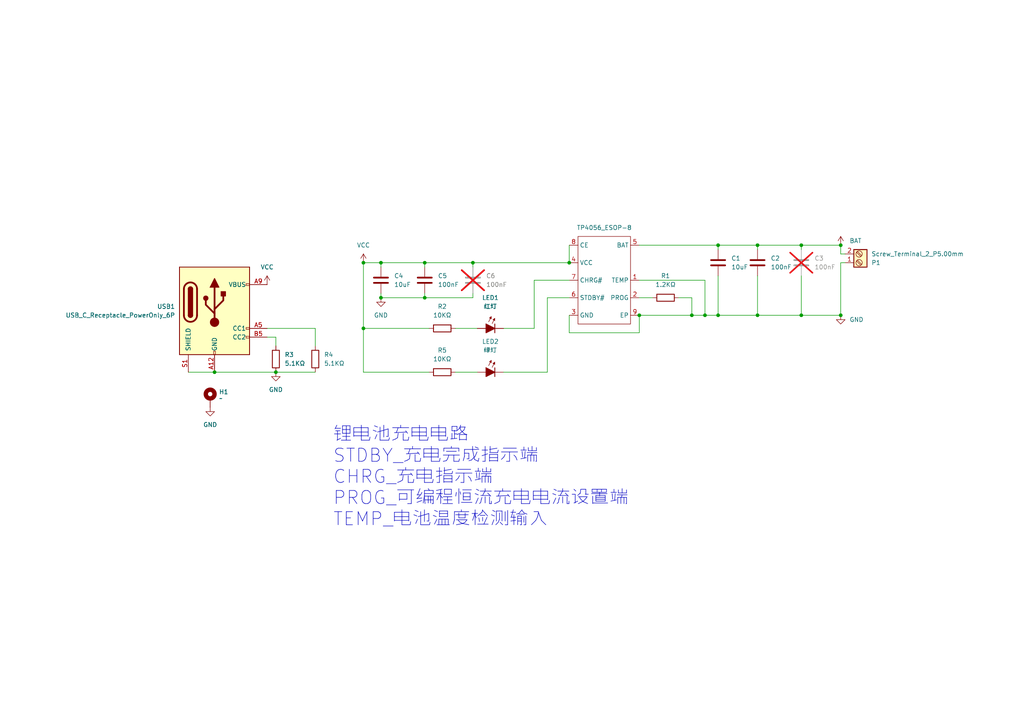
<source format=kicad_sch>
(kicad_sch
	(version 20231120)
	(generator "eeschema")
	(generator_version "8.0")
	(uuid "0f501cdf-739c-4a82-90c0-986d93085286")
	(paper "A4")
	(lib_symbols
		(symbol "Connector:USB_C_Receptacle_PowerOnly_6P"
			(pin_names
				(offset 1.016)
			)
			(exclude_from_sim no)
			(in_bom yes)
			(on_board yes)
			(property "Reference" "J"
				(at 0 16.51 0)
				(effects
					(font
						(size 1.27 1.27)
					)
					(justify bottom)
				)
			)
			(property "Value" "USB_C_Receptacle_PowerOnly_6P"
				(at 0 13.97 0)
				(effects
					(font
						(size 1.27 1.27)
					)
					(justify bottom)
				)
			)
			(property "Footprint" ""
				(at 3.81 2.54 0)
				(effects
					(font
						(size 1.27 1.27)
					)
					(hide yes)
				)
			)
			(property "Datasheet" "https://www.usb.org/sites/default/files/documents/usb_type-c.zip"
				(at 0 0 0)
				(effects
					(font
						(size 1.27 1.27)
					)
					(hide yes)
				)
			)
			(property "Description" "USB Power-Only 6P Type-C Receptacle connector"
				(at 0 0 0)
				(effects
					(font
						(size 1.27 1.27)
					)
					(hide yes)
				)
			)
			(property "ki_keywords" "usb universal serial bus type-C power-only charging-only 6P 6C"
				(at 0 0 0)
				(effects
					(font
						(size 1.27 1.27)
					)
					(hide yes)
				)
			)
			(property "ki_fp_filters" "USB*C*Receptacle*"
				(at 0 0 0)
				(effects
					(font
						(size 1.27 1.27)
					)
					(hide yes)
				)
			)
			(symbol "USB_C_Receptacle_PowerOnly_6P_0_0"
				(rectangle
					(start -0.254 -12.7)
					(end 0.254 -11.684)
					(stroke
						(width 0)
						(type default)
					)
					(fill
						(type none)
					)
				)
				(rectangle
					(start 10.16 -7.366)
					(end 9.144 -7.874)
					(stroke
						(width 0)
						(type default)
					)
					(fill
						(type none)
					)
				)
				(rectangle
					(start 10.16 -4.826)
					(end 9.144 -5.334)
					(stroke
						(width 0)
						(type default)
					)
					(fill
						(type none)
					)
				)
				(rectangle
					(start 10.16 7.874)
					(end 9.144 7.366)
					(stroke
						(width 0)
						(type default)
					)
					(fill
						(type none)
					)
				)
			)
			(symbol "USB_C_Receptacle_PowerOnly_6P_0_1"
				(rectangle
					(start -10.16 12.7)
					(end 10.16 -12.7)
					(stroke
						(width 0.254)
						(type default)
					)
					(fill
						(type background)
					)
				)
				(arc
					(start -8.89 -1.27)
					(mid -6.985 -3.1667)
					(end -5.08 -1.27)
					(stroke
						(width 0.508)
						(type default)
					)
					(fill
						(type none)
					)
				)
				(arc
					(start -7.62 -1.27)
					(mid -6.985 -1.9023)
					(end -6.35 -1.27)
					(stroke
						(width 0.254)
						(type default)
					)
					(fill
						(type none)
					)
				)
				(arc
					(start -7.62 -1.27)
					(mid -6.985 -1.9023)
					(end -6.35 -1.27)
					(stroke
						(width 0.254)
						(type default)
					)
					(fill
						(type outline)
					)
				)
				(rectangle
					(start -7.62 -1.27)
					(end -6.35 6.35)
					(stroke
						(width 0.254)
						(type default)
					)
					(fill
						(type outline)
					)
				)
				(arc
					(start -6.35 6.35)
					(mid -6.985 6.9823)
					(end -7.62 6.35)
					(stroke
						(width 0.254)
						(type default)
					)
					(fill
						(type none)
					)
				)
				(arc
					(start -6.35 6.35)
					(mid -6.985 6.9823)
					(end -7.62 6.35)
					(stroke
						(width 0.254)
						(type default)
					)
					(fill
						(type outline)
					)
				)
				(arc
					(start -5.08 6.35)
					(mid -6.985 8.2467)
					(end -8.89 6.35)
					(stroke
						(width 0.508)
						(type default)
					)
					(fill
						(type none)
					)
				)
				(circle
					(center -2.54 3.683)
					(radius 0.635)
					(stroke
						(width 0.254)
						(type default)
					)
					(fill
						(type outline)
					)
				)
				(circle
					(center 0 -3.302)
					(radius 1.27)
					(stroke
						(width 0)
						(type default)
					)
					(fill
						(type outline)
					)
				)
				(polyline
					(pts
						(xy -8.89 -1.27) (xy -8.89 6.35)
					)
					(stroke
						(width 0.508)
						(type default)
					)
					(fill
						(type none)
					)
				)
				(polyline
					(pts
						(xy -5.08 6.35) (xy -5.08 -1.27)
					)
					(stroke
						(width 0.508)
						(type default)
					)
					(fill
						(type none)
					)
				)
				(polyline
					(pts
						(xy 0 -3.302) (xy 0 6.858)
					)
					(stroke
						(width 0.508)
						(type default)
					)
					(fill
						(type none)
					)
				)
				(polyline
					(pts
						(xy 0 -0.762) (xy -2.54 1.778) (xy -2.54 3.048)
					)
					(stroke
						(width 0.508)
						(type default)
					)
					(fill
						(type none)
					)
				)
				(polyline
					(pts
						(xy 0 0.508) (xy 2.54 3.048) (xy 2.54 4.318)
					)
					(stroke
						(width 0.508)
						(type default)
					)
					(fill
						(type none)
					)
				)
				(polyline
					(pts
						(xy -1.27 6.858) (xy 0 9.398) (xy 1.27 6.858) (xy -1.27 6.858)
					)
					(stroke
						(width 0.254)
						(type default)
					)
					(fill
						(type outline)
					)
				)
				(rectangle
					(start 1.905 4.318)
					(end 3.175 5.588)
					(stroke
						(width 0.254)
						(type default)
					)
					(fill
						(type outline)
					)
				)
			)
			(symbol "USB_C_Receptacle_PowerOnly_6P_1_1"
				(pin passive line
					(at 0 -17.78 90)
					(length 5.08)
					(name "GND"
						(effects
							(font
								(size 1.27 1.27)
							)
						)
					)
					(number "A12"
						(effects
							(font
								(size 1.27 1.27)
							)
						)
					)
				)
				(pin bidirectional line
					(at 15.24 -5.08 180)
					(length 5.08)
					(name "CC1"
						(effects
							(font
								(size 1.27 1.27)
							)
						)
					)
					(number "A5"
						(effects
							(font
								(size 1.27 1.27)
							)
						)
					)
				)
				(pin passive line
					(at 15.24 7.62 180)
					(length 5.08)
					(name "VBUS"
						(effects
							(font
								(size 1.27 1.27)
							)
						)
					)
					(number "A9"
						(effects
							(font
								(size 1.27 1.27)
							)
						)
					)
				)
				(pin passive line
					(at 0 -17.78 90)
					(length 5.08) hide
					(name "GND"
						(effects
							(font
								(size 1.27 1.27)
							)
						)
					)
					(number "B12"
						(effects
							(font
								(size 1.27 1.27)
							)
						)
					)
				)
				(pin bidirectional line
					(at 15.24 -7.62 180)
					(length 5.08)
					(name "CC2"
						(effects
							(font
								(size 1.27 1.27)
							)
						)
					)
					(number "B5"
						(effects
							(font
								(size 1.27 1.27)
							)
						)
					)
				)
				(pin passive line
					(at 15.24 7.62 180)
					(length 5.08) hide
					(name "VBUS"
						(effects
							(font
								(size 1.27 1.27)
							)
						)
					)
					(number "B9"
						(effects
							(font
								(size 1.27 1.27)
							)
						)
					)
				)
				(pin passive line
					(at -7.62 -17.78 90)
					(length 5.08)
					(name "SHIELD"
						(effects
							(font
								(size 1.27 1.27)
							)
						)
					)
					(number "S1"
						(effects
							(font
								(size 1.27 1.27)
							)
						)
					)
				)
			)
		)
		(symbol "Mechanical:MountingHole_Pad"
			(pin_numbers hide)
			(pin_names
				(offset 1.016) hide)
			(exclude_from_sim yes)
			(in_bom no)
			(on_board yes)
			(property "Reference" "H"
				(at 0 6.35 0)
				(effects
					(font
						(size 1.27 1.27)
					)
				)
			)
			(property "Value" "MountingHole_Pad"
				(at 0 4.445 0)
				(effects
					(font
						(size 1.27 1.27)
					)
				)
			)
			(property "Footprint" "MountingHole:MountingHole_3mm_Pad"
				(at 0 0 0)
				(effects
					(font
						(size 1.27 1.27)
					)
					(hide yes)
				)
			)
			(property "Datasheet" "~"
				(at 0 0 0)
				(effects
					(font
						(size 1.27 1.27)
					)
					(hide yes)
				)
			)
			(property "Description" "Mounting Hole with connection"
				(at 0 0 0)
				(effects
					(font
						(size 1.27 1.27)
					)
					(hide yes)
				)
			)
			(property "ki_keywords" "mounting hole"
				(at 0 0 0)
				(effects
					(font
						(size 1.27 1.27)
					)
					(hide yes)
				)
			)
			(property "ki_fp_filters" "MountingHole*Pad*"
				(at 0 0 0)
				(effects
					(font
						(size 1.27 1.27)
					)
					(hide yes)
				)
			)
			(symbol "MountingHole_Pad_0_1"
				(circle
					(center 0 1.27)
					(radius 1.27)
					(stroke
						(width 1.27)
						(type default)
					)
					(fill
						(type none)
					)
				)
			)
			(symbol "MountingHole_Pad_1_1"
				(pin input line
					(at 0 -2.54 90)
					(length 2.54)
					(name "1"
						(effects
							(font
								(size 1.27 1.27)
							)
						)
					)
					(number "1"
						(effects
							(font
								(size 1.27 1.27)
							)
						)
					)
				)
			)
		)
		(symbol "PCM_Capacitor_US_AKL:C_0805"
			(pin_numbers hide)
			(pin_names
				(offset 0.254)
			)
			(exclude_from_sim no)
			(in_bom yes)
			(on_board yes)
			(property "Reference" "C"
				(at 0.635 2.54 0)
				(effects
					(font
						(size 1.27 1.27)
					)
					(justify left)
				)
			)
			(property "Value" "C_0805"
				(at 0.635 -2.54 0)
				(effects
					(font
						(size 1.27 1.27)
					)
					(justify left)
				)
			)
			(property "Footprint" "PCM_Capacitor_SMD_AKL:C_0805_2012Metric"
				(at 0.9652 -3.81 0)
				(effects
					(font
						(size 1.27 1.27)
					)
					(hide yes)
				)
			)
			(property "Datasheet" "~"
				(at 0 0 0)
				(effects
					(font
						(size 1.27 1.27)
					)
					(hide yes)
				)
			)
			(property "Description" "SMD 0805 MLCC capacitor, Alternate KiCad Library"
				(at 0 0 0)
				(effects
					(font
						(size 1.27 1.27)
					)
					(hide yes)
				)
			)
			(property "ki_keywords" "cap capacitor ceramic chip mlcc smd 0805"
				(at 0 0 0)
				(effects
					(font
						(size 1.27 1.27)
					)
					(hide yes)
				)
			)
			(property "ki_fp_filters" "C_*"
				(at 0 0 0)
				(effects
					(font
						(size 1.27 1.27)
					)
					(hide yes)
				)
			)
			(symbol "C_0805_0_1"
				(polyline
					(pts
						(xy -2.032 -0.762) (xy 2.032 -0.762)
					)
					(stroke
						(width 0.508)
						(type default)
					)
					(fill
						(type none)
					)
				)
				(polyline
					(pts
						(xy -2.032 0.762) (xy 2.032 0.762)
					)
					(stroke
						(width 0.508)
						(type default)
					)
					(fill
						(type none)
					)
				)
			)
			(symbol "C_0805_0_2"
				(polyline
					(pts
						(xy -2.54 -2.54) (xy -0.381 -0.381)
					)
					(stroke
						(width 0)
						(type default)
					)
					(fill
						(type none)
					)
				)
				(polyline
					(pts
						(xy -0.508 -0.508) (xy -1.651 0.635)
					)
					(stroke
						(width 0.508)
						(type default)
					)
					(fill
						(type none)
					)
				)
				(polyline
					(pts
						(xy -0.508 -0.508) (xy 0.635 -1.651)
					)
					(stroke
						(width 0.508)
						(type default)
					)
					(fill
						(type none)
					)
				)
				(polyline
					(pts
						(xy 0.381 0.381) (xy 2.54 2.54)
					)
					(stroke
						(width 0)
						(type default)
					)
					(fill
						(type none)
					)
				)
				(polyline
					(pts
						(xy 0.508 0.508) (xy -0.635 1.651)
					)
					(stroke
						(width 0.508)
						(type default)
					)
					(fill
						(type none)
					)
				)
				(polyline
					(pts
						(xy 0.508 0.508) (xy 1.651 -0.635)
					)
					(stroke
						(width 0.508)
						(type default)
					)
					(fill
						(type none)
					)
				)
			)
			(symbol "C_0805_1_1"
				(pin passive line
					(at 0 3.81 270)
					(length 2.794)
					(name "~"
						(effects
							(font
								(size 1.27 1.27)
							)
						)
					)
					(number "1"
						(effects
							(font
								(size 1.27 1.27)
							)
						)
					)
				)
				(pin passive line
					(at 0 -3.81 90)
					(length 2.794)
					(name "~"
						(effects
							(font
								(size 1.27 1.27)
							)
						)
					)
					(number "2"
						(effects
							(font
								(size 1.27 1.27)
							)
						)
					)
				)
			)
			(symbol "C_0805_1_2"
				(pin passive line
					(at 2.54 2.54 270)
					(length 0)
					(name "~"
						(effects
							(font
								(size 1.27 1.27)
							)
						)
					)
					(number "1"
						(effects
							(font
								(size 1.27 1.27)
							)
						)
					)
				)
				(pin passive line
					(at -2.54 -2.54 90)
					(length 0)
					(name "~"
						(effects
							(font
								(size 1.27 1.27)
							)
						)
					)
					(number "2"
						(effects
							(font
								(size 1.27 1.27)
							)
						)
					)
				)
			)
		)
		(symbol "PCM_Capacitor_US_AKL:C_Disc_D5.1mm_W3.2mm_P5.00mm"
			(pin_numbers hide)
			(pin_names
				(offset 0.254)
			)
			(exclude_from_sim no)
			(in_bom yes)
			(on_board yes)
			(property "Reference" "C"
				(at 0.635 2.54 0)
				(effects
					(font
						(size 1.27 1.27)
					)
					(justify left)
				)
			)
			(property "Value" "C_Disc_D5.1mm_W3.2mm_P5.00mm"
				(at 0.635 -2.54 0)
				(effects
					(font
						(size 1.27 1.27)
					)
					(justify left)
				)
			)
			(property "Footprint" "PCM_Capacitor_THT_US_AKL:C_Disc_D5.1mm_W3.2mm_P5.00mm"
				(at 0.9652 -3.81 0)
				(effects
					(font
						(size 1.27 1.27)
					)
					(hide yes)
				)
			)
			(property "Datasheet" "~"
				(at 0 0 0)
				(effects
					(font
						(size 1.27 1.27)
					)
					(hide yes)
				)
			)
			(property "Description" "THT Ceramic Disc Capacitor, 5.1mm Diameter, 3.2mm Width, 5.00mm Pitch, Alternate KiCad Library"
				(at 0 0 0)
				(effects
					(font
						(size 1.27 1.27)
					)
					(hide yes)
				)
			)
			(property "ki_keywords" "cap capacitor tht ceramic disc 5.1x3.2mm 5.00mm"
				(at 0 0 0)
				(effects
					(font
						(size 1.27 1.27)
					)
					(hide yes)
				)
			)
			(property "ki_fp_filters" "C_*"
				(at 0 0 0)
				(effects
					(font
						(size 1.27 1.27)
					)
					(hide yes)
				)
			)
			(symbol "C_Disc_D5.1mm_W3.2mm_P5.00mm_0_1"
				(polyline
					(pts
						(xy -2.032 -0.762) (xy 2.032 -0.762)
					)
					(stroke
						(width 0.508)
						(type default)
					)
					(fill
						(type none)
					)
				)
				(polyline
					(pts
						(xy -2.032 0.762) (xy 2.032 0.762)
					)
					(stroke
						(width 0.508)
						(type default)
					)
					(fill
						(type none)
					)
				)
			)
			(symbol "C_Disc_D5.1mm_W3.2mm_P5.00mm_0_2"
				(polyline
					(pts
						(xy -2.54 -2.54) (xy -0.381 -0.381)
					)
					(stroke
						(width 0)
						(type default)
					)
					(fill
						(type none)
					)
				)
				(polyline
					(pts
						(xy -0.508 -0.508) (xy -1.651 0.635)
					)
					(stroke
						(width 0.508)
						(type default)
					)
					(fill
						(type none)
					)
				)
				(polyline
					(pts
						(xy -0.508 -0.508) (xy 0.635 -1.651)
					)
					(stroke
						(width 0.508)
						(type default)
					)
					(fill
						(type none)
					)
				)
				(polyline
					(pts
						(xy 0.381 0.381) (xy 2.54 2.54)
					)
					(stroke
						(width 0)
						(type default)
					)
					(fill
						(type none)
					)
				)
				(polyline
					(pts
						(xy 0.508 0.508) (xy -0.635 1.651)
					)
					(stroke
						(width 0.508)
						(type default)
					)
					(fill
						(type none)
					)
				)
				(polyline
					(pts
						(xy 0.508 0.508) (xy 1.651 -0.635)
					)
					(stroke
						(width 0.508)
						(type default)
					)
					(fill
						(type none)
					)
				)
			)
			(symbol "C_Disc_D5.1mm_W3.2mm_P5.00mm_1_1"
				(pin passive line
					(at 0 3.81 270)
					(length 2.794)
					(name "~"
						(effects
							(font
								(size 1.27 1.27)
							)
						)
					)
					(number "1"
						(effects
							(font
								(size 1.27 1.27)
							)
						)
					)
				)
				(pin passive line
					(at 0 -3.81 90)
					(length 2.794)
					(name "~"
						(effects
							(font
								(size 1.27 1.27)
							)
						)
					)
					(number "2"
						(effects
							(font
								(size 1.27 1.27)
							)
						)
					)
				)
			)
			(symbol "C_Disc_D5.1mm_W3.2mm_P5.00mm_1_2"
				(pin passive line
					(at 2.54 2.54 270)
					(length 0)
					(name "~"
						(effects
							(font
								(size 1.27 1.27)
							)
						)
					)
					(number "1"
						(effects
							(font
								(size 1.27 1.27)
							)
						)
					)
				)
				(pin passive line
					(at -2.54 -2.54 90)
					(length 0)
					(name "~"
						(effects
							(font
								(size 1.27 1.27)
							)
						)
					)
					(number "2"
						(effects
							(font
								(size 1.27 1.27)
							)
						)
					)
				)
			)
		)
		(symbol "PCM_LED_AKL:LED_3mm"
			(pin_numbers hide)
			(pin_names
				(offset 1.016) hide)
			(exclude_from_sim no)
			(in_bom yes)
			(on_board yes)
			(property "Reference" "LED"
				(at 0 7.62 0)
				(effects
					(font
						(size 1.27 1.27)
					)
				)
			)
			(property "Value" "LED_3mm"
				(at 0 5.08 0)
				(effects
					(font
						(size 1.27 1.27)
					)
				)
			)
			(property "Footprint" "PCM_LED_THT_AKL:LED_D3.0mm"
				(at 0 0 0)
				(effects
					(font
						(size 1.27 1.27)
					)
					(hide yes)
				)
			)
			(property "Datasheet" "~"
				(at 0 0 0)
				(effects
					(font
						(size 1.27 1.27)
					)
					(hide yes)
				)
			)
			(property "Description" "LED, Generic 3mm THT, Alternate KiCad Library"
				(at 0 0 0)
				(effects
					(font
						(size 1.27 1.27)
					)
					(hide yes)
				)
			)
			(property "ki_keywords" "LED diode generic 3mm THT"
				(at 0 0 0)
				(effects
					(font
						(size 1.27 1.27)
					)
					(hide yes)
				)
			)
			(property "ki_fp_filters" "LED* LED_SMD:* LED_THT:*"
				(at 0 0 0)
				(effects
					(font
						(size 1.27 1.27)
					)
					(hide yes)
				)
			)
			(symbol "LED_3mm_0_1"
				(polyline
					(pts
						(xy -0.508 1.905) (xy 0.254 3.429)
					)
					(stroke
						(width 0.1524)
						(type default)
					)
					(fill
						(type none)
					)
				)
				(polyline
					(pts
						(xy 0 2.921) (xy -0.254 3.048)
					)
					(stroke
						(width 0.1524)
						(type default)
					)
					(fill
						(type none)
					)
				)
				(polyline
					(pts
						(xy 0 2.921) (xy 0.254 2.794)
					)
					(stroke
						(width 0.1524)
						(type default)
					)
					(fill
						(type none)
					)
				)
				(polyline
					(pts
						(xy 0.508 1.397) (xy 1.27 2.921)
					)
					(stroke
						(width 0.1524)
						(type default)
					)
					(fill
						(type none)
					)
				)
				(polyline
					(pts
						(xy 1.016 2.413) (xy 0.762 2.54)
					)
					(stroke
						(width 0.1524)
						(type default)
					)
					(fill
						(type none)
					)
				)
				(polyline
					(pts
						(xy 1.016 2.413) (xy 1.27 2.286)
					)
					(stroke
						(width 0.1524)
						(type default)
					)
					(fill
						(type none)
					)
				)
				(polyline
					(pts
						(xy 1.27 0) (xy -1.27 0)
					)
					(stroke
						(width 0)
						(type default)
					)
					(fill
						(type none)
					)
				)
				(polyline
					(pts
						(xy 1.27 1.27) (xy 1.27 -1.27)
					)
					(stroke
						(width 0.254)
						(type default)
					)
					(fill
						(type none)
					)
				)
				(polyline
					(pts
						(xy -1.27 1.27) (xy -1.27 -1.27) (xy 1.27 0) (xy -1.27 1.27)
					)
					(stroke
						(width 0.254)
						(type default)
					)
					(fill
						(type outline)
					)
				)
				(polyline
					(pts
						(xy 0.254 2.794) (xy -0.254 3.048) (xy 0.254 3.429) (xy 0.254 2.794)
					)
					(stroke
						(width 0.1524)
						(type default)
					)
					(fill
						(type outline)
					)
				)
				(polyline
					(pts
						(xy 1.27 2.286) (xy 0.762 2.54) (xy 1.27 2.921) (xy 1.27 2.286)
					)
					(stroke
						(width 0.1524)
						(type default)
					)
					(fill
						(type outline)
					)
				)
			)
			(symbol "LED_3mm_0_2"
				(polyline
					(pts
						(xy -2.54 -2.54) (xy 2.54 2.54)
					)
					(stroke
						(width 0)
						(type default)
					)
					(fill
						(type none)
					)
				)
				(polyline
					(pts
						(xy -1.651 0.889) (xy -2.159 2.413)
					)
					(stroke
						(width 0)
						(type default)
					)
					(fill
						(type none)
					)
				)
				(polyline
					(pts
						(xy -0.508 1.27) (xy -1.016 2.794)
					)
					(stroke
						(width 0)
						(type default)
					)
					(fill
						(type none)
					)
				)
				(polyline
					(pts
						(xy 0 1.778) (xy 1.778 0)
					)
					(stroke
						(width 0.254)
						(type default)
					)
					(fill
						(type none)
					)
				)
				(polyline
					(pts
						(xy -2.159 2.413) (xy -2.286 1.778) (xy -1.6764 1.9812) (xy -2.159 2.413)
					)
					(stroke
						(width 0)
						(type default)
					)
					(fill
						(type outline)
					)
				)
				(polyline
					(pts
						(xy -1.016 2.794) (xy -1.143 2.159) (xy -0.5334 2.3622) (xy -1.016 2.794)
					)
					(stroke
						(width 0)
						(type default)
					)
					(fill
						(type outline)
					)
				)
				(polyline
					(pts
						(xy -0.889 -0.889) (xy -1.778 0) (xy 0.889 0.889) (xy 0 -1.778) (xy -0.889 -0.889)
					)
					(stroke
						(width 0.254)
						(type default)
					)
					(fill
						(type outline)
					)
				)
			)
			(symbol "LED_3mm_1_1"
				(pin passive line
					(at 3.81 0 180)
					(length 2.54)
					(name "K"
						(effects
							(font
								(size 1.27 1.27)
							)
						)
					)
					(number "1"
						(effects
							(font
								(size 1.27 1.27)
							)
						)
					)
				)
				(pin passive line
					(at -3.81 0 0)
					(length 2.54)
					(name "A"
						(effects
							(font
								(size 1.27 1.27)
							)
						)
					)
					(number "2"
						(effects
							(font
								(size 1.27 1.27)
							)
						)
					)
				)
			)
			(symbol "LED_3mm_1_2"
				(pin passive line
					(at 2.54 2.54 180)
					(length 0)
					(name "K"
						(effects
							(font
								(size 1.27 1.27)
							)
						)
					)
					(number "1"
						(effects
							(font
								(size 1.27 1.27)
							)
						)
					)
				)
				(pin passive line
					(at -2.54 -2.54 0)
					(length 0)
					(name "A"
						(effects
							(font
								(size 1.27 1.27)
							)
						)
					)
					(number "2"
						(effects
							(font
								(size 1.27 1.27)
							)
						)
					)
				)
			)
		)
		(symbol "PCM_Resistor_AKL:R_DIN0207_P2.54mm"
			(pin_numbers hide)
			(pin_names
				(offset 0)
			)
			(exclude_from_sim no)
			(in_bom yes)
			(on_board yes)
			(property "Reference" "R"
				(at 2.54 1.27 0)
				(effects
					(font
						(size 1.27 1.27)
					)
					(justify left)
				)
			)
			(property "Value" "R_DIN0207_P2.54mm"
				(at 2.54 -1.27 0)
				(effects
					(font
						(size 1.27 1.27)
					)
					(justify left)
				)
			)
			(property "Footprint" "PCM_Resistor_THT_AKL:R_Axial_DIN0207_L6.3mm_D2.5mm_P2.54mm_Vertical"
				(at 0 -11.43 0)
				(effects
					(font
						(size 1.27 1.27)
					)
					(hide yes)
				)
			)
			(property "Datasheet" "~"
				(at 0 0 0)
				(effects
					(font
						(size 1.27 1.27)
					)
					(hide yes)
				)
			)
			(property "Description" "THT 0207 Resistor, 2.54mm Pin Pitch, European Symbol, Alternate KiCad Library"
				(at 0 0 0)
				(effects
					(font
						(size 1.27 1.27)
					)
					(hide yes)
				)
			)
			(property "ki_keywords" "R res resistor eu tht 2.54mm 0207"
				(at 0 0 0)
				(effects
					(font
						(size 1.27 1.27)
					)
					(hide yes)
				)
			)
			(property "ki_fp_filters" "R_*"
				(at 0 0 0)
				(effects
					(font
						(size 1.27 1.27)
					)
					(hide yes)
				)
			)
			(symbol "R_DIN0207_P2.54mm_0_1"
				(rectangle
					(start -1.016 2.54)
					(end 1.016 -2.54)
					(stroke
						(width 0.254)
						(type default)
					)
					(fill
						(type none)
					)
				)
			)
			(symbol "R_DIN0207_P2.54mm_0_2"
				(polyline
					(pts
						(xy -2.54 -2.54) (xy -1.524 -1.524)
					)
					(stroke
						(width 0)
						(type default)
					)
					(fill
						(type none)
					)
				)
				(polyline
					(pts
						(xy 1.524 1.524) (xy 2.54 2.54)
					)
					(stroke
						(width 0)
						(type default)
					)
					(fill
						(type none)
					)
				)
				(polyline
					(pts
						(xy 1.524 1.524) (xy 0.889 2.159) (xy -2.159 -0.889) (xy -0.889 -2.159) (xy 2.159 0.889) (xy 1.524 1.524)
					)
					(stroke
						(width 0.254)
						(type default)
					)
					(fill
						(type none)
					)
				)
			)
			(symbol "R_DIN0207_P2.54mm_1_1"
				(pin passive line
					(at 0 3.81 270)
					(length 1.27)
					(name "~"
						(effects
							(font
								(size 1.27 1.27)
							)
						)
					)
					(number "1"
						(effects
							(font
								(size 1.27 1.27)
							)
						)
					)
				)
				(pin passive line
					(at 0 -3.81 90)
					(length 1.27)
					(name "~"
						(effects
							(font
								(size 1.27 1.27)
							)
						)
					)
					(number "2"
						(effects
							(font
								(size 1.27 1.27)
							)
						)
					)
				)
			)
			(symbol "R_DIN0207_P2.54mm_1_2"
				(pin passive line
					(at 2.54 2.54 180)
					(length 0)
					(name ""
						(effects
							(font
								(size 1.27 1.27)
							)
						)
					)
					(number "1"
						(effects
							(font
								(size 1.27 1.27)
							)
						)
					)
				)
				(pin passive line
					(at -2.54 -2.54 0)
					(length 0)
					(name ""
						(effects
							(font
								(size 1.27 1.27)
							)
						)
					)
					(number "2"
						(effects
							(font
								(size 1.27 1.27)
							)
						)
					)
				)
			)
		)
		(symbol "PCM_SL_Screw_Terminal:Screw_Terminal_2_P5.00mm"
			(exclude_from_sim no)
			(in_bom yes)
			(on_board yes)
			(property "Reference" "J"
				(at 0 3.81 0)
				(effects
					(font
						(size 1.27 1.27)
					)
				)
			)
			(property "Value" "Screw_Terminal_2_P5.00mm"
				(at 0 -3.81 0)
				(effects
					(font
						(size 1.27 1.27)
					)
				)
			)
			(property "Footprint" "TerminalBlock_Phoenix:TerminalBlock_Phoenix_PT-1,5-2-5.0-H_1x02_P5.00mm_Horizontal"
				(at 1.27 -6.35 0)
				(effects
					(font
						(size 1.27 1.27)
					)
					(hide yes)
				)
			)
			(property "Datasheet" ""
				(at 0 0 0)
				(effects
					(font
						(size 1.27 1.27)
					)
					(hide yes)
				)
			)
			(property "Description" ""
				(at 0 0 0)
				(effects
					(font
						(size 1.27 1.27)
					)
					(hide yes)
				)
			)
			(property "ki_keywords" "Screw Terminal"
				(at 0 0 0)
				(effects
					(font
						(size 1.27 1.27)
					)
					(hide yes)
				)
			)
			(symbol "Screw_Terminal_2_P5.00mm_0_1"
				(rectangle
					(start -1.27 2.54)
					(end 2.54 -2.54)
					(stroke
						(width 0.3)
						(type default)
					)
					(fill
						(type background)
					)
				)
				(polyline
					(pts
						(xy -0.254 -2.032) (xy 1.016 -0.762)
					)
					(stroke
						(width 0)
						(type default)
					)
					(fill
						(type none)
					)
				)
				(polyline
					(pts
						(xy -0.254 0.508) (xy 1.016 1.778)
					)
					(stroke
						(width 0)
						(type default)
					)
					(fill
						(type none)
					)
				)
				(polyline
					(pts
						(xy 0 -1.27) (xy -0.508 -1.778) (xy 0.762 -0.508)
					)
					(stroke
						(width 0)
						(type default)
					)
					(fill
						(type none)
					)
				)
				(polyline
					(pts
						(xy 0 1.27) (xy -0.508 0.762) (xy 0.762 2.032)
					)
					(stroke
						(width 0)
						(type default)
					)
					(fill
						(type none)
					)
				)
				(circle
					(center 0.254 -1.27)
					(radius 0.9158)
					(stroke
						(width 0)
						(type default)
					)
					(fill
						(type none)
					)
				)
				(circle
					(center 0.254 1.27)
					(radius 0.9158)
					(stroke
						(width 0)
						(type default)
					)
					(fill
						(type none)
					)
				)
			)
			(symbol "Screw_Terminal_2_P5.00mm_1_1"
				(pin passive line
					(at -3.81 1.27 0)
					(length 2.54)
					(name ""
						(effects
							(font
								(size 1.27 1.27)
							)
						)
					)
					(number "1"
						(effects
							(font
								(size 1.27 1.27)
							)
						)
					)
				)
				(pin passive line
					(at -3.81 -1.27 0)
					(length 2.54)
					(name ""
						(effects
							(font
								(size 1.27 1.27)
							)
						)
					)
					(number "2"
						(effects
							(font
								(size 1.27 1.27)
							)
						)
					)
				)
			)
		)
		(symbol "power:GND"
			(power)
			(pin_numbers hide)
			(pin_names
				(offset 0) hide)
			(exclude_from_sim no)
			(in_bom yes)
			(on_board yes)
			(property "Reference" "#PWR"
				(at 0 -6.35 0)
				(effects
					(font
						(size 1.27 1.27)
					)
					(hide yes)
				)
			)
			(property "Value" "GND"
				(at 0 -3.81 0)
				(effects
					(font
						(size 1.27 1.27)
					)
				)
			)
			(property "Footprint" ""
				(at 0 0 0)
				(effects
					(font
						(size 1.27 1.27)
					)
					(hide yes)
				)
			)
			(property "Datasheet" ""
				(at 0 0 0)
				(effects
					(font
						(size 1.27 1.27)
					)
					(hide yes)
				)
			)
			(property "Description" "Power symbol creates a global label with name \"GND\" , ground"
				(at 0 0 0)
				(effects
					(font
						(size 1.27 1.27)
					)
					(hide yes)
				)
			)
			(property "ki_keywords" "global power"
				(at 0 0 0)
				(effects
					(font
						(size 1.27 1.27)
					)
					(hide yes)
				)
			)
			(symbol "GND_0_1"
				(polyline
					(pts
						(xy 0 0) (xy 0 -1.27) (xy 1.27 -1.27) (xy 0 -2.54) (xy -1.27 -1.27) (xy 0 -1.27)
					)
					(stroke
						(width 0)
						(type default)
					)
					(fill
						(type none)
					)
				)
			)
			(symbol "GND_1_1"
				(pin power_in line
					(at 0 0 270)
					(length 0)
					(name "~"
						(effects
							(font
								(size 1.27 1.27)
							)
						)
					)
					(number "1"
						(effects
							(font
								(size 1.27 1.27)
							)
						)
					)
				)
			)
		)
		(symbol "power:VCC"
			(power)
			(pin_numbers hide)
			(pin_names
				(offset 0) hide)
			(exclude_from_sim no)
			(in_bom yes)
			(on_board yes)
			(property "Reference" "#PWR"
				(at 0 -3.81 0)
				(effects
					(font
						(size 1.27 1.27)
					)
					(hide yes)
				)
			)
			(property "Value" "VCC"
				(at 0 3.556 0)
				(effects
					(font
						(size 1.27 1.27)
					)
				)
			)
			(property "Footprint" ""
				(at 0 0 0)
				(effects
					(font
						(size 1.27 1.27)
					)
					(hide yes)
				)
			)
			(property "Datasheet" ""
				(at 0 0 0)
				(effects
					(font
						(size 1.27 1.27)
					)
					(hide yes)
				)
			)
			(property "Description" "Power symbol creates a global label with name \"VCC\""
				(at 0 0 0)
				(effects
					(font
						(size 1.27 1.27)
					)
					(hide yes)
				)
			)
			(property "ki_keywords" "global power"
				(at 0 0 0)
				(effects
					(font
						(size 1.27 1.27)
					)
					(hide yes)
				)
			)
			(symbol "VCC_0_1"
				(polyline
					(pts
						(xy -0.762 1.27) (xy 0 2.54)
					)
					(stroke
						(width 0)
						(type default)
					)
					(fill
						(type none)
					)
				)
				(polyline
					(pts
						(xy 0 0) (xy 0 2.54)
					)
					(stroke
						(width 0)
						(type default)
					)
					(fill
						(type none)
					)
				)
				(polyline
					(pts
						(xy 0 2.54) (xy 0.762 1.27)
					)
					(stroke
						(width 0)
						(type default)
					)
					(fill
						(type none)
					)
				)
			)
			(symbol "VCC_1_1"
				(pin power_in line
					(at 0 0 90)
					(length 0)
					(name "~"
						(effects
							(font
								(size 1.27 1.27)
							)
						)
					)
					(number "1"
						(effects
							(font
								(size 1.27 1.27)
							)
						)
					)
				)
			)
		)
		(symbol "wsylib:TP4056_ESOP-8"
			(exclude_from_sim no)
			(in_bom yes)
			(on_board yes)
			(property "Reference" "U"
				(at 0 17.78 0)
				(effects
					(font
						(size 1.27 1.27)
					)
				)
			)
			(property "Value" "TP4056_ESOP-8"
				(at 0 0 0)
				(effects
					(font
						(size 1.27 1.27)
					)
				)
			)
			(property "Footprint" "jlclib:ESOP-8_L4.9-W3.9-P1.27-LS6.0-BL-EP"
				(at 0 0 0)
				(effects
					(font
						(size 1.27 1.27)
					)
					(hide yes)
				)
			)
			(property "Datasheet" "https://atta.szlcsc.com/upload/public/pdf/source/20231225/853A769B08D4F9E636234A223FE051E4.pdf"
				(at 0 0 0)
				(effects
					(font
						(size 1.27 1.27)
					)
					(hide yes)
				)
			)
			(property "Description" "TP4056_ESOP-8"
				(at 0 0 0)
				(effects
					(font
						(size 1.27 1.27)
					)
					(hide yes)
				)
			)
			(symbol "TP4056_ESOP-8_1_0"
				(rectangle
					(start -7.62 12.7)
					(end 7.62 -12.7)
					(stroke
						(width 0)
						(type default)
					)
					(fill
						(type none)
					)
				)
				(pin input line
					(at 10.16 0 180)
					(length 2.54)
					(name "TEMP"
						(effects
							(font
								(size 1.27 1.27)
							)
						)
					)
					(number "1"
						(effects
							(font
								(size 1.27 1.27)
							)
						)
					)
				)
				(pin input line
					(at 10.16 -5.08 180)
					(length 2.54)
					(name "PROG"
						(effects
							(font
								(size 1.27 1.27)
							)
						)
					)
					(number "2"
						(effects
							(font
								(size 1.27 1.27)
							)
						)
					)
				)
				(pin input line
					(at -10.16 -10.16 0)
					(length 2.54)
					(name "GND"
						(effects
							(font
								(size 1.27 1.27)
							)
						)
					)
					(number "3"
						(effects
							(font
								(size 1.27 1.27)
							)
						)
					)
				)
				(pin input line
					(at -10.16 5.08 0)
					(length 2.54)
					(name "VCC"
						(effects
							(font
								(size 1.27 1.27)
							)
						)
					)
					(number "4"
						(effects
							(font
								(size 1.27 1.27)
							)
						)
					)
				)
				(pin input line
					(at 10.16 10.16 180)
					(length 2.54)
					(name "BAT"
						(effects
							(font
								(size 1.27 1.27)
							)
						)
					)
					(number "5"
						(effects
							(font
								(size 1.27 1.27)
							)
						)
					)
				)
				(pin input line
					(at -10.16 -5.08 0)
					(length 2.54)
					(name "STDBY#"
						(effects
							(font
								(size 1.27 1.27)
							)
						)
					)
					(number "6"
						(effects
							(font
								(size 1.27 1.27)
							)
						)
					)
				)
				(pin input line
					(at -10.16 0 0)
					(length 2.54)
					(name "CHRG#"
						(effects
							(font
								(size 1.27 1.27)
							)
						)
					)
					(number "7"
						(effects
							(font
								(size 1.27 1.27)
							)
						)
					)
				)
				(pin input line
					(at -10.16 10.16 0)
					(length 2.54)
					(name "CE"
						(effects
							(font
								(size 1.27 1.27)
							)
						)
					)
					(number "8"
						(effects
							(font
								(size 1.27 1.27)
							)
						)
					)
				)
				(pin input line
					(at 10.16 -10.16 180)
					(length 2.54)
					(name "EP"
						(effects
							(font
								(size 1.27 1.27)
							)
						)
					)
					(number "9"
						(effects
							(font
								(size 1.27 1.27)
							)
						)
					)
				)
			)
		)
	)
	(junction
		(at 137.16 76.2)
		(diameter 0)
		(color 0 0 0 0)
		(uuid "068ab7b6-a422-49f0-926c-7e110fcba209")
	)
	(junction
		(at 110.49 76.2)
		(diameter 0)
		(color 0 0 0 0)
		(uuid "0dd412f7-1c03-4301-b2ee-90c9971a32f7")
	)
	(junction
		(at 123.19 76.2)
		(diameter 0)
		(color 0 0 0 0)
		(uuid "0fcde94e-0340-4360-9ee7-cf7deb1ca405")
	)
	(junction
		(at 219.71 71.12)
		(diameter 0)
		(color 0 0 0 0)
		(uuid "144f0947-d2a6-4f80-a417-dfdc1f14588c")
	)
	(junction
		(at 208.28 71.12)
		(diameter 0)
		(color 0 0 0 0)
		(uuid "15810b1f-4518-4f57-9eb2-b10101d00cf7")
	)
	(junction
		(at 243.84 91.44)
		(diameter 0)
		(color 0 0 0 0)
		(uuid "36f60871-cee0-4fc8-ae1b-0d5c5468e659")
	)
	(junction
		(at 200.66 91.44)
		(diameter 0)
		(color 0 0 0 0)
		(uuid "3bce0396-a95a-4973-9832-272c87ecffaf")
	)
	(junction
		(at 105.41 95.25)
		(diameter 0)
		(color 0 0 0 0)
		(uuid "3cfb91e4-05b2-42f3-966e-8baf4ddc047b")
	)
	(junction
		(at 105.41 76.2)
		(diameter 0)
		(color 0 0 0 0)
		(uuid "4e1ea5ae-dd84-483e-8bd3-efb20519f03b")
	)
	(junction
		(at 219.71 91.44)
		(diameter 0)
		(color 0 0 0 0)
		(uuid "52c9ce5e-0152-49d2-8fa2-0d836c9b6b60")
	)
	(junction
		(at 232.41 71.12)
		(diameter 0)
		(color 0 0 0 0)
		(uuid "56f95b08-9dc6-4b7e-bb23-4e1e535a8f56")
	)
	(junction
		(at 204.47 91.44)
		(diameter 0)
		(color 0 0 0 0)
		(uuid "68780f13-58ef-4ef8-9643-59e267900a03")
	)
	(junction
		(at 110.49 86.36)
		(diameter 0)
		(color 0 0 0 0)
		(uuid "7308dd5f-353e-4531-bfab-f3aaf46872f1")
	)
	(junction
		(at 232.41 91.44)
		(diameter 0)
		(color 0 0 0 0)
		(uuid "8c5b06c0-f0f4-4805-8bad-e0f442173eca")
	)
	(junction
		(at 165.1 76.2)
		(diameter 0)
		(color 0 0 0 0)
		(uuid "8f4df1ff-dd0c-482f-a401-b4de27323598")
	)
	(junction
		(at 62.23 107.95)
		(diameter 0)
		(color 0 0 0 0)
		(uuid "8f50da66-5670-480c-8320-23e166594314")
	)
	(junction
		(at 80.01 107.95)
		(diameter 0)
		(color 0 0 0 0)
		(uuid "996e081b-f3b8-4443-8376-069c57ef470b")
	)
	(junction
		(at 123.19 86.36)
		(diameter 0)
		(color 0 0 0 0)
		(uuid "b3dfba8e-383a-4302-b063-a19e5dae0c88")
	)
	(junction
		(at 243.84 71.12)
		(diameter 0)
		(color 0 0 0 0)
		(uuid "cc5e103e-d027-40d6-87cf-0ce80b5b5e1f")
	)
	(junction
		(at 185.42 91.44)
		(diameter 0)
		(color 0 0 0 0)
		(uuid "d2d5c991-3837-4624-8c3a-d45845c42651")
	)
	(junction
		(at 208.28 91.44)
		(diameter 0)
		(color 0 0 0 0)
		(uuid "ebf846ea-3eab-4afe-9414-1a6596b32173")
	)
	(wire
		(pts
			(xy 110.49 86.36) (xy 123.19 86.36)
		)
		(stroke
			(width 0)
			(type default)
		)
		(uuid "0016b01e-0526-4c4f-af1b-312a123844e5")
	)
	(wire
		(pts
			(xy 185.42 71.12) (xy 208.28 71.12)
		)
		(stroke
			(width 0)
			(type default)
		)
		(uuid "01a435f0-9ca8-4fca-b65d-3934bcc99668")
	)
	(wire
		(pts
			(xy 154.94 81.28) (xy 154.94 95.25)
		)
		(stroke
			(width 0)
			(type default)
		)
		(uuid "027293bb-5f21-4492-9480-d92780d8f0a8")
	)
	(wire
		(pts
			(xy 80.01 107.95) (xy 91.44 107.95)
		)
		(stroke
			(width 0)
			(type default)
		)
		(uuid "056cb9b8-7d39-4041-aba6-29e38e127cff")
	)
	(wire
		(pts
			(xy 208.28 91.44) (xy 219.71 91.44)
		)
		(stroke
			(width 0)
			(type default)
		)
		(uuid "0580b82c-d52c-446d-80ed-1e93a33f1d36")
	)
	(wire
		(pts
			(xy 146.05 107.95) (xy 158.75 107.95)
		)
		(stroke
			(width 0)
			(type default)
		)
		(uuid "0b864c1b-38c6-4b62-abe7-24f3aa6c1b6f")
	)
	(wire
		(pts
			(xy 165.1 91.44) (xy 165.1 96.52)
		)
		(stroke
			(width 0)
			(type default)
		)
		(uuid "0c2fac1a-386f-43a8-a3e2-40d0bea28930")
	)
	(wire
		(pts
			(xy 219.71 80.01) (xy 219.71 91.44)
		)
		(stroke
			(width 0)
			(type default)
		)
		(uuid "0c403288-ce8c-47c0-b82b-c5dd49f93438")
	)
	(wire
		(pts
			(xy 232.41 91.44) (xy 243.84 91.44)
		)
		(stroke
			(width 0)
			(type default)
		)
		(uuid "102a127c-c8e9-4d16-9108-5073b72c7a24")
	)
	(wire
		(pts
			(xy 110.49 76.2) (xy 110.49 77.47)
		)
		(stroke
			(width 0)
			(type default)
		)
		(uuid "149364d5-db7d-428b-b051-368d17ccee35")
	)
	(wire
		(pts
			(xy 132.08 107.95) (xy 138.43 107.95)
		)
		(stroke
			(width 0)
			(type default)
		)
		(uuid "1e23bfd4-2987-4429-8ae2-0f82b0229c5e")
	)
	(wire
		(pts
			(xy 208.28 71.12) (xy 219.71 71.12)
		)
		(stroke
			(width 0)
			(type default)
		)
		(uuid "1e8926fd-c224-4ebb-a189-43829848d9fa")
	)
	(wire
		(pts
			(xy 137.16 76.2) (xy 165.1 76.2)
		)
		(stroke
			(width 0)
			(type default)
		)
		(uuid "234ae76a-1445-4001-b529-f447ad8a578e")
	)
	(wire
		(pts
			(xy 196.85 86.36) (xy 200.66 86.36)
		)
		(stroke
			(width 0)
			(type default)
		)
		(uuid "29e0ff48-a711-454a-a70b-e3261e93fd80")
	)
	(wire
		(pts
			(xy 137.16 85.09) (xy 137.16 86.36)
		)
		(stroke
			(width 0)
			(type default)
		)
		(uuid "2bb76584-91d6-4135-8dbd-6fde659b5bef")
	)
	(wire
		(pts
			(xy 77.47 95.25) (xy 91.44 95.25)
		)
		(stroke
			(width 0)
			(type default)
		)
		(uuid "32ef4b38-c7a4-45eb-8457-05ba4f77a932")
	)
	(wire
		(pts
			(xy 232.41 80.01) (xy 232.41 91.44)
		)
		(stroke
			(width 0)
			(type default)
		)
		(uuid "383f35a7-38da-4b19-a364-0b03dbf8320f")
	)
	(wire
		(pts
			(xy 105.41 95.25) (xy 105.41 76.2)
		)
		(stroke
			(width 0)
			(type default)
		)
		(uuid "3a64411c-8949-4078-aba1-bbf1dc75cc44")
	)
	(wire
		(pts
			(xy 204.47 81.28) (xy 204.47 91.44)
		)
		(stroke
			(width 0)
			(type default)
		)
		(uuid "427a54fe-b002-4185-aebd-e7d7690da066")
	)
	(wire
		(pts
			(xy 200.66 86.36) (xy 200.66 91.44)
		)
		(stroke
			(width 0)
			(type default)
		)
		(uuid "501bee21-381e-4fac-9f4b-24fc83a2c2e6")
	)
	(wire
		(pts
			(xy 185.42 96.52) (xy 185.42 91.44)
		)
		(stroke
			(width 0)
			(type default)
		)
		(uuid "5ba27bd4-17af-4675-bf6f-d91af2715128")
	)
	(wire
		(pts
			(xy 219.71 71.12) (xy 232.41 71.12)
		)
		(stroke
			(width 0)
			(type default)
		)
		(uuid "69f1c8d7-4b69-44e9-937c-e47b3ebdbe70")
	)
	(wire
		(pts
			(xy 243.84 73.66) (xy 245.11 73.66)
		)
		(stroke
			(width 0)
			(type default)
		)
		(uuid "6b0807a4-422f-4198-9677-da3b35842c9c")
	)
	(wire
		(pts
			(xy 243.84 91.44) (xy 243.84 76.2)
		)
		(stroke
			(width 0)
			(type default)
		)
		(uuid "6ca98ec6-73e5-4dd8-9f33-ac18e7326dac")
	)
	(wire
		(pts
			(xy 158.75 107.95) (xy 158.75 86.36)
		)
		(stroke
			(width 0)
			(type default)
		)
		(uuid "6ec81667-72b7-4d8f-a0ab-efae18969be1")
	)
	(wire
		(pts
			(xy 165.1 96.52) (xy 185.42 96.52)
		)
		(stroke
			(width 0)
			(type default)
		)
		(uuid "71bd7b02-ca31-461c-930b-ff7cbe2cb826")
	)
	(wire
		(pts
			(xy 208.28 71.12) (xy 208.28 72.39)
		)
		(stroke
			(width 0)
			(type default)
		)
		(uuid "7532a3f1-9649-42f6-b543-4e39b5c106d8")
	)
	(wire
		(pts
			(xy 158.75 86.36) (xy 165.1 86.36)
		)
		(stroke
			(width 0)
			(type default)
		)
		(uuid "775a2913-98da-4ec8-970b-8008561849f5")
	)
	(wire
		(pts
			(xy 105.41 107.95) (xy 124.46 107.95)
		)
		(stroke
			(width 0)
			(type default)
		)
		(uuid "7b91ac76-fa50-4f6a-adbc-a9a5840f5a20")
	)
	(wire
		(pts
			(xy 219.71 71.12) (xy 219.71 72.39)
		)
		(stroke
			(width 0)
			(type default)
		)
		(uuid "80df7660-88fd-4e3a-9ff6-cfcbf0964c89")
	)
	(wire
		(pts
			(xy 123.19 86.36) (xy 137.16 86.36)
		)
		(stroke
			(width 0)
			(type default)
		)
		(uuid "81102de8-29e2-4231-9475-69abbea6c1d4")
	)
	(wire
		(pts
			(xy 54.61 107.95) (xy 62.23 107.95)
		)
		(stroke
			(width 0)
			(type default)
		)
		(uuid "8118961a-de73-4771-99b8-a3f7da544500")
	)
	(wire
		(pts
			(xy 91.44 95.25) (xy 91.44 100.33)
		)
		(stroke
			(width 0)
			(type default)
		)
		(uuid "81ff21b3-2dbe-41af-8a15-95b96fc98e8e")
	)
	(wire
		(pts
			(xy 200.66 91.44) (xy 204.47 91.44)
		)
		(stroke
			(width 0)
			(type default)
		)
		(uuid "838cb144-2804-4287-a79a-5d0b4d3b715d")
	)
	(wire
		(pts
			(xy 146.05 95.25) (xy 154.94 95.25)
		)
		(stroke
			(width 0)
			(type default)
		)
		(uuid "8be0b7a6-b1c2-4783-931d-d3d14d17de34")
	)
	(wire
		(pts
			(xy 232.41 71.12) (xy 232.41 72.39)
		)
		(stroke
			(width 0)
			(type default)
		)
		(uuid "93050a87-03ff-4d8a-b0bf-95e93e44b80a")
	)
	(wire
		(pts
			(xy 105.41 95.25) (xy 105.41 107.95)
		)
		(stroke
			(width 0)
			(type default)
		)
		(uuid "9481af17-844b-4da2-972d-58865b09a555")
	)
	(wire
		(pts
			(xy 105.41 95.25) (xy 124.46 95.25)
		)
		(stroke
			(width 0)
			(type default)
		)
		(uuid "95d3cde6-e268-418a-99d4-8fd9d9c165c1")
	)
	(wire
		(pts
			(xy 165.1 71.12) (xy 165.1 76.2)
		)
		(stroke
			(width 0)
			(type default)
		)
		(uuid "962d3017-6e74-4d43-98a0-ee745b594eb2")
	)
	(wire
		(pts
			(xy 62.23 107.95) (xy 80.01 107.95)
		)
		(stroke
			(width 0)
			(type default)
		)
		(uuid "99577108-17ed-4a10-b016-2229a830963a")
	)
	(wire
		(pts
			(xy 219.71 91.44) (xy 232.41 91.44)
		)
		(stroke
			(width 0)
			(type default)
		)
		(uuid "a03c9204-bbb1-4c32-9b48-ce402ff650a3")
	)
	(wire
		(pts
			(xy 123.19 85.09) (xy 123.19 86.36)
		)
		(stroke
			(width 0)
			(type default)
		)
		(uuid "a32d8c60-8e0e-472e-b251-b83643f24be9")
	)
	(wire
		(pts
			(xy 77.47 97.79) (xy 80.01 97.79)
		)
		(stroke
			(width 0)
			(type default)
		)
		(uuid "a3bb397e-c430-4e89-9659-4ab1496f0d1a")
	)
	(wire
		(pts
			(xy 110.49 85.09) (xy 110.49 86.36)
		)
		(stroke
			(width 0)
			(type default)
		)
		(uuid "b5f2649c-a583-4838-a61d-2723f4ee8b03")
	)
	(wire
		(pts
			(xy 132.08 95.25) (xy 138.43 95.25)
		)
		(stroke
			(width 0)
			(type default)
		)
		(uuid "c451525b-8452-46d7-91ed-5c682be0893d")
	)
	(wire
		(pts
			(xy 185.42 81.28) (xy 204.47 81.28)
		)
		(stroke
			(width 0)
			(type default)
		)
		(uuid "c4ede90f-b945-4c01-a5ad-4c46a695657d")
	)
	(wire
		(pts
			(xy 165.1 81.28) (xy 154.94 81.28)
		)
		(stroke
			(width 0)
			(type default)
		)
		(uuid "cadbbc7f-86ad-4323-bdfb-6cd98bb0cf68")
	)
	(wire
		(pts
			(xy 137.16 76.2) (xy 137.16 77.47)
		)
		(stroke
			(width 0)
			(type default)
		)
		(uuid "cf79aa32-7da4-4c57-9dd2-376b9d5f0978")
	)
	(wire
		(pts
			(xy 232.41 71.12) (xy 243.84 71.12)
		)
		(stroke
			(width 0)
			(type default)
		)
		(uuid "d3abc868-ce74-43f3-9de8-e18610830098")
	)
	(wire
		(pts
			(xy 105.41 76.2) (xy 110.49 76.2)
		)
		(stroke
			(width 0)
			(type default)
		)
		(uuid "d3ee241e-9ca8-4c26-8cb9-fdbb3d5ba9f6")
	)
	(wire
		(pts
			(xy 204.47 91.44) (xy 208.28 91.44)
		)
		(stroke
			(width 0)
			(type default)
		)
		(uuid "d604b1f4-e70a-4a6f-ad3a-3086adeceadc")
	)
	(wire
		(pts
			(xy 123.19 76.2) (xy 123.19 77.47)
		)
		(stroke
			(width 0)
			(type default)
		)
		(uuid "d79f5847-ceb8-4f4d-9b7d-a69808af07a7")
	)
	(wire
		(pts
			(xy 110.49 76.2) (xy 123.19 76.2)
		)
		(stroke
			(width 0)
			(type default)
		)
		(uuid "dda8568a-9e91-4652-ab2b-0da473c09644")
	)
	(wire
		(pts
			(xy 243.84 71.12) (xy 243.84 73.66)
		)
		(stroke
			(width 0)
			(type default)
		)
		(uuid "e1fe4f96-d995-4105-8d54-90a2d3c89917")
	)
	(wire
		(pts
			(xy 123.19 76.2) (xy 137.16 76.2)
		)
		(stroke
			(width 0)
			(type default)
		)
		(uuid "f21252bc-bb63-4049-aff7-940dd0098384")
	)
	(wire
		(pts
			(xy 243.84 76.2) (xy 245.11 76.2)
		)
		(stroke
			(width 0)
			(type default)
		)
		(uuid "f285d028-5f9b-4ada-a2a0-b58ebae69a54")
	)
	(wire
		(pts
			(xy 189.23 86.36) (xy 185.42 86.36)
		)
		(stroke
			(width 0)
			(type default)
		)
		(uuid "f605340c-c4ac-477a-afcb-72d3b349f065")
	)
	(wire
		(pts
			(xy 80.01 97.79) (xy 80.01 100.33)
		)
		(stroke
			(width 0)
			(type default)
		)
		(uuid "fade9613-eaa0-4347-9f7c-e2d7e500dc6c")
	)
	(wire
		(pts
			(xy 208.28 80.01) (xy 208.28 91.44)
		)
		(stroke
			(width 0)
			(type default)
		)
		(uuid "fd1b2b1e-4536-450a-ae2d-bc3ff6ed18a3")
	)
	(wire
		(pts
			(xy 185.42 91.44) (xy 200.66 91.44)
		)
		(stroke
			(width 0)
			(type default)
		)
		(uuid "fd83325f-5dfd-4ea8-941b-b8ce66871931")
	)
	(text "锂电池充电电路\nSTDBY_充电完成指示端\nCHRG_充电指示端\nPROG_可编程恒流充电电流设置端\nTEMP_电池温度检测输入"
		(exclude_from_sim no)
		(at 96.52 138.43 0)
		(effects
			(font
				(size 3.81 3.81)
			)
			(justify left)
		)
		(uuid "f1d5f459-a4b0-4923-98e9-fc219cec6665")
	)
	(symbol
		(lib_id "power:GND")
		(at 243.84 91.44 0)
		(unit 1)
		(exclude_from_sim no)
		(in_bom yes)
		(on_board yes)
		(dnp no)
		(fields_autoplaced yes)
		(uuid "013dd1d9-b69b-4aa6-b6d0-4fdac1130fa1")
		(property "Reference" "#PWR05"
			(at 243.84 97.79 0)
			(effects
				(font
					(size 1.27 1.27)
				)
				(hide yes)
			)
		)
		(property "Value" "GND"
			(at 246.38 92.7099 0)
			(effects
				(font
					(size 1.27 1.27)
				)
				(justify left)
			)
		)
		(property "Footprint" ""
			(at 243.84 91.44 0)
			(effects
				(font
					(size 1.27 1.27)
				)
				(hide yes)
			)
		)
		(property "Datasheet" ""
			(at 243.84 91.44 0)
			(effects
				(font
					(size 1.27 1.27)
				)
				(hide yes)
			)
		)
		(property "Description" "Power symbol creates a global label with name \"GND\" , ground"
			(at 243.84 91.44 0)
			(effects
				(font
					(size 1.27 1.27)
				)
				(hide yes)
			)
		)
		(pin "1"
			(uuid "f35e564a-6374-4687-be14-cb9ac3415d4f")
		)
		(instances
			(project "TP4056_Lithium_battery_charging"
				(path "/0f501cdf-739c-4a82-90c0-986d93085286"
					(reference "#PWR05")
					(unit 1)
				)
			)
		)
	)
	(symbol
		(lib_id "PCM_Capacitor_US_AKL:C_0805")
		(at 137.16 81.28 0)
		(unit 1)
		(exclude_from_sim no)
		(in_bom yes)
		(on_board yes)
		(dnp yes)
		(fields_autoplaced yes)
		(uuid "06c564e2-f2fa-41e3-8f90-9318e85b21b1")
		(property "Reference" "C6"
			(at 140.97 80.0099 0)
			(effects
				(font
					(size 1.27 1.27)
				)
				(justify left)
			)
		)
		(property "Value" "100nF"
			(at 140.97 82.5499 0)
			(effects
				(font
					(size 1.27 1.27)
				)
				(justify left)
			)
		)
		(property "Footprint" "PCM_Capacitor_SMD_AKL:C_0805_2012Metric"
			(at 138.1252 85.09 0)
			(effects
				(font
					(size 1.27 1.27)
				)
				(hide yes)
			)
		)
		(property "Datasheet" "~"
			(at 137.16 81.28 0)
			(effects
				(font
					(size 1.27 1.27)
				)
				(hide yes)
			)
		)
		(property "Description" "SMD 0805 MLCC capacitor, Alternate KiCad Library"
			(at 137.16 81.28 0)
			(effects
				(font
					(size 1.27 1.27)
				)
				(hide yes)
			)
		)
		(property "LCSC Part Name" ""
			(at 137.16 81.28 0)
			(effects
				(font
					(size 1.27 1.27)
				)
				(hide yes)
			)
		)
		(property "Manufacturer" ""
			(at 137.16 81.28 0)
			(effects
				(font
					(size 1.27 1.27)
				)
				(hide yes)
			)
		)
		(property "Manufacturer Part" ""
			(at 137.16 81.28 0)
			(effects
				(font
					(size 1.27 1.27)
				)
				(hide yes)
			)
		)
		(property "Supplier" ""
			(at 137.16 81.28 0)
			(effects
				(font
					(size 1.27 1.27)
				)
				(hide yes)
			)
		)
		(property "Supplier Part" ""
			(at 137.16 81.28 0)
			(effects
				(font
					(size 1.27 1.27)
				)
				(hide yes)
			)
		)
		(property "jlc_bom" ""
			(at 137.16 81.28 0)
			(effects
				(font
					(size 1.27 1.27)
				)
				(hide yes)
			)
		)
		(property "package" ""
			(at 137.16 81.28 0)
			(effects
				(font
					(size 1.27 1.27)
				)
				(hide yes)
			)
		)
		(property "孔径" ""
			(at 137.16 81.28 0)
			(effects
				(font
					(size 1.27 1.27)
				)
				(hide yes)
			)
		)
		(pin "1"
			(uuid "cb599418-b9c1-4484-aca2-7cc0cceaccfa")
		)
		(pin "2"
			(uuid "5ed39611-4139-4bb2-bef8-326e056d4323")
		)
		(instances
			(project ""
				(path "/0f501cdf-739c-4a82-90c0-986d93085286"
					(reference "C6")
					(unit 1)
				)
			)
			(project ""
				(path "/1f1d3f19-c67c-4a3b-8445-f4a04d631afc/2c7a3b2f-5ac4-4de1-9651-54733911b286"
					(reference "C6")
					(unit 1)
				)
			)
		)
	)
	(symbol
		(lib_id "power:VCC")
		(at 105.41 76.2 0)
		(unit 1)
		(exclude_from_sim no)
		(in_bom yes)
		(on_board yes)
		(dnp no)
		(fields_autoplaced yes)
		(uuid "089bb553-6995-491d-8405-f972540622c0")
		(property "Reference" "#PWR02"
			(at 105.41 80.01 0)
			(effects
				(font
					(size 1.27 1.27)
				)
				(hide yes)
			)
		)
		(property "Value" "VCC"
			(at 105.41 71.12 0)
			(effects
				(font
					(size 1.27 1.27)
				)
			)
		)
		(property "Footprint" ""
			(at 105.41 76.2 0)
			(effects
				(font
					(size 1.27 1.27)
				)
				(hide yes)
			)
		)
		(property "Datasheet" ""
			(at 105.41 76.2 0)
			(effects
				(font
					(size 1.27 1.27)
				)
				(hide yes)
			)
		)
		(property "Description" "Power symbol creates a global label with name \"VCC\""
			(at 105.41 76.2 0)
			(effects
				(font
					(size 1.27 1.27)
				)
				(hide yes)
			)
		)
		(pin "1"
			(uuid "fa5d201e-5584-47ce-9500-8aef814c8ac3")
		)
		(instances
			(project "TP4056_Lithium_battery_charging"
				(path "/0f501cdf-739c-4a82-90c0-986d93085286"
					(reference "#PWR02")
					(unit 1)
				)
			)
		)
	)
	(symbol
		(lib_id "PCM_SL_Screw_Terminal:Screw_Terminal_2_P5.00mm")
		(at 248.92 74.93 0)
		(mirror x)
		(unit 1)
		(exclude_from_sim no)
		(in_bom yes)
		(on_board yes)
		(dnp no)
		(uuid "0eb0a2d1-cb03-4a40-9566-1f8d27970d3b")
		(property "Reference" "P1"
			(at 252.73 76.2001 0)
			(effects
				(font
					(size 1.27 1.27)
				)
				(justify left)
			)
		)
		(property "Value" "Screw_Terminal_2_P5.00mm"
			(at 252.73 73.6601 0)
			(effects
				(font
					(size 1.27 1.27)
				)
				(justify left)
			)
		)
		(property "Footprint" "TerminalBlock_Phoenix:TerminalBlock_Phoenix_PT-1,5-2-5.0-H_1x02_P5.00mm_Horizontal"
			(at 250.19 68.58 0)
			(effects
				(font
					(size 1.27 1.27)
				)
				(hide yes)
			)
		)
		(property "Datasheet" ""
			(at 248.92 74.93 0)
			(effects
				(font
					(size 1.27 1.27)
				)
				(hide yes)
			)
		)
		(property "Description" ""
			(at 248.92 74.93 0)
			(effects
				(font
					(size 1.27 1.27)
				)
				(hide yes)
			)
		)
		(property "LCSC Part Name" ""
			(at 248.92 74.93 0)
			(effects
				(font
					(size 1.27 1.27)
				)
				(hide yes)
			)
		)
		(property "Manufacturer" ""
			(at 248.92 74.93 0)
			(effects
				(font
					(size 1.27 1.27)
				)
				(hide yes)
			)
		)
		(property "Manufacturer Part" ""
			(at 248.92 74.93 0)
			(effects
				(font
					(size 1.27 1.27)
				)
				(hide yes)
			)
		)
		(property "Supplier" ""
			(at 248.92 74.93 0)
			(effects
				(font
					(size 1.27 1.27)
				)
				(hide yes)
			)
		)
		(property "Supplier Part" ""
			(at 248.92 74.93 0)
			(effects
				(font
					(size 1.27 1.27)
				)
				(hide yes)
			)
		)
		(property "jlc_bom" ""
			(at 248.92 74.93 0)
			(effects
				(font
					(size 1.27 1.27)
				)
				(hide yes)
			)
		)
		(property "package" ""
			(at 248.92 74.93 0)
			(effects
				(font
					(size 1.27 1.27)
				)
				(hide yes)
			)
		)
		(property "孔径" ""
			(at 248.92 74.93 0)
			(effects
				(font
					(size 1.27 1.27)
				)
				(hide yes)
			)
		)
		(pin "2"
			(uuid "007fed27-0725-4344-b039-aa64bc9e0e3a")
		)
		(pin "1"
			(uuid "cafd33c4-fbb8-4851-9266-a6148d21da6a")
		)
		(instances
			(project "TP4056_Lithium_battery_charging"
				(path "/0f501cdf-739c-4a82-90c0-986d93085286"
					(reference "P1")
					(unit 1)
				)
			)
		)
	)
	(symbol
		(lib_id "PCM_Capacitor_US_AKL:C_Disc_D5.1mm_W3.2mm_P5.00mm")
		(at 110.49 81.28 0)
		(unit 1)
		(exclude_from_sim no)
		(in_bom yes)
		(on_board yes)
		(dnp no)
		(fields_autoplaced yes)
		(uuid "1cf9e468-3dfb-4db0-ae75-6cc75d4be0be")
		(property "Reference" "C4"
			(at 114.3 80.0099 0)
			(effects
				(font
					(size 1.27 1.27)
				)
				(justify left)
			)
		)
		(property "Value" "10uF"
			(at 114.3 82.5499 0)
			(effects
				(font
					(size 1.27 1.27)
				)
				(justify left)
			)
		)
		(property "Footprint" "PCM_Capacitor_THT_US_AKL:C_Disc_D5.1mm_W3.2mm_P5.00mm"
			(at 111.4552 85.09 0)
			(effects
				(font
					(size 1.27 1.27)
				)
				(hide yes)
			)
		)
		(property "Datasheet" "~"
			(at 110.49 81.28 0)
			(effects
				(font
					(size 1.27 1.27)
				)
				(hide yes)
			)
		)
		(property "Description" "THT Ceramic Disc Capacitor, 5.1mm Diameter, 3.2mm Width, 5.00mm Pitch, Alternate KiCad Library"
			(at 110.49 81.28 0)
			(effects
				(font
					(size 1.27 1.27)
				)
				(hide yes)
			)
		)
		(property "LCSC Part Name" ""
			(at 110.49 81.28 0)
			(effects
				(font
					(size 1.27 1.27)
				)
				(hide yes)
			)
		)
		(property "Manufacturer" ""
			(at 110.49 81.28 0)
			(effects
				(font
					(size 1.27 1.27)
				)
				(hide yes)
			)
		)
		(property "Manufacturer Part" ""
			(at 110.49 81.28 0)
			(effects
				(font
					(size 1.27 1.27)
				)
				(hide yes)
			)
		)
		(property "Supplier" ""
			(at 110.49 81.28 0)
			(effects
				(font
					(size 1.27 1.27)
				)
				(hide yes)
			)
		)
		(property "Supplier Part" ""
			(at 110.49 81.28 0)
			(effects
				(font
					(size 1.27 1.27)
				)
				(hide yes)
			)
		)
		(property "jlc_bom" ""
			(at 110.49 81.28 0)
			(effects
				(font
					(size 1.27 1.27)
				)
				(hide yes)
			)
		)
		(property "package" ""
			(at 110.49 81.28 0)
			(effects
				(font
					(size 1.27 1.27)
				)
				(hide yes)
			)
		)
		(property "孔径" ""
			(at 110.49 81.28 0)
			(effects
				(font
					(size 1.27 1.27)
				)
				(hide yes)
			)
		)
		(pin "2"
			(uuid "b01dbd26-eab0-40f4-99ee-adf6308f80f4")
		)
		(pin "1"
			(uuid "7c0634a7-1970-42db-aa00-c05b929b2264")
		)
		(instances
			(project "TP4056_Lithium_battery_charging"
				(path "/0f501cdf-739c-4a82-90c0-986d93085286"
					(reference "C4")
					(unit 1)
				)
			)
		)
	)
	(symbol
		(lib_id "PCM_LED_AKL:LED_3mm")
		(at 142.24 107.95 0)
		(unit 1)
		(exclude_from_sim no)
		(in_bom yes)
		(on_board yes)
		(dnp no)
		(fields_autoplaced yes)
		(uuid "2e141de0-45e6-4af7-a960-efa6a1994a51")
		(property "Reference" "LED2"
			(at 142.24 99.06 0)
			(effects
				(font
					(size 1.27 1.27)
				)
			)
		)
		(property "Value" "绿灯"
			(at 142.24 101.6 0)
			(effects
				(font
					(size 1.27 1.27)
				)
			)
		)
		(property "Footprint" "PCM_LED_THT_AKL:LED_D3.0mm"
			(at 142.24 107.95 0)
			(effects
				(font
					(size 1.27 1.27)
				)
				(hide yes)
			)
		)
		(property "Datasheet" "~"
			(at 142.24 107.95 0)
			(effects
				(font
					(size 1.27 1.27)
				)
				(hide yes)
			)
		)
		(property "Description" "LED, Generic 3mm THT, Alternate KiCad Library"
			(at 142.24 107.95 0)
			(effects
				(font
					(size 1.27 1.27)
				)
				(hide yes)
			)
		)
		(property "LCSC Part Name" ""
			(at 142.24 107.95 0)
			(effects
				(font
					(size 1.27 1.27)
				)
				(hide yes)
			)
		)
		(property "Manufacturer" ""
			(at 142.24 107.95 0)
			(effects
				(font
					(size 1.27 1.27)
				)
				(hide yes)
			)
		)
		(property "Manufacturer Part" ""
			(at 142.24 107.95 0)
			(effects
				(font
					(size 1.27 1.27)
				)
				(hide yes)
			)
		)
		(property "Supplier" ""
			(at 142.24 107.95 0)
			(effects
				(font
					(size 1.27 1.27)
				)
				(hide yes)
			)
		)
		(property "Supplier Part" ""
			(at 142.24 107.95 0)
			(effects
				(font
					(size 1.27 1.27)
				)
				(hide yes)
			)
		)
		(property "jlc_bom" ""
			(at 142.24 107.95 0)
			(effects
				(font
					(size 1.27 1.27)
				)
				(hide yes)
			)
		)
		(property "package" ""
			(at 142.24 107.95 0)
			(effects
				(font
					(size 1.27 1.27)
				)
				(hide yes)
			)
		)
		(property "孔径" ""
			(at 142.24 107.95 0)
			(effects
				(font
					(size 1.27 1.27)
				)
				(hide yes)
			)
		)
		(pin "1"
			(uuid "037ae188-1ef5-4551-bd37-d5e3e916a655")
		)
		(pin "2"
			(uuid "8cc0dd67-4dd4-4089-a221-6aeb3bafb6a5")
		)
		(instances
			(project "TP4056_Lithium_battery_charging"
				(path "/0f501cdf-739c-4a82-90c0-986d93085286"
					(reference "LED2")
					(unit 1)
				)
			)
		)
	)
	(symbol
		(lib_id "power:VCC")
		(at 243.84 71.12 0)
		(unit 1)
		(exclude_from_sim no)
		(in_bom yes)
		(on_board yes)
		(dnp no)
		(fields_autoplaced yes)
		(uuid "3a8e1734-4933-421c-bd69-440af5adbedc")
		(property "Reference" "#PWR01"
			(at 243.84 74.93 0)
			(effects
				(font
					(size 1.27 1.27)
				)
				(hide yes)
			)
		)
		(property "Value" "BAT"
			(at 246.38 69.8499 0)
			(effects
				(font
					(size 1.27 1.27)
				)
				(justify left)
			)
		)
		(property "Footprint" ""
			(at 243.84 71.12 0)
			(effects
				(font
					(size 1.27 1.27)
				)
				(hide yes)
			)
		)
		(property "Datasheet" ""
			(at 243.84 71.12 0)
			(effects
				(font
					(size 1.27 1.27)
				)
				(hide yes)
			)
		)
		(property "Description" "Power symbol creates a global label with name \"VCC\""
			(at 243.84 71.12 0)
			(effects
				(font
					(size 1.27 1.27)
				)
				(hide yes)
			)
		)
		(pin "1"
			(uuid "e64e0196-ee5f-4646-a79e-35e1716cd3e1")
		)
		(instances
			(project ""
				(path "/0f501cdf-739c-4a82-90c0-986d93085286"
					(reference "#PWR01")
					(unit 1)
				)
			)
			(project ""
				(path "/1f1d3f19-c67c-4a3b-8445-f4a04d631afc/2c7a3b2f-5ac4-4de1-9651-54733911b286"
					(reference "#PWR01")
					(unit 1)
				)
			)
		)
	)
	(symbol
		(lib_id "Mechanical:MountingHole_Pad")
		(at 60.96 115.57 0)
		(unit 1)
		(exclude_from_sim no)
		(in_bom yes)
		(on_board yes)
		(dnp no)
		(fields_autoplaced yes)
		(uuid "4084ce28-4c2c-4c53-83eb-4d0ed0b2a818")
		(property "Reference" "H1"
			(at 63.5 113.6649 0)
			(effects
				(font
					(size 1.27 1.27)
				)
				(justify left)
			)
		)
		(property "Value" "~"
			(at 63.5 115.57 0)
			(effects
				(font
					(size 1.27 1.27)
				)
				(justify left)
			)
		)
		(property "Footprint" "MountingHole:MountingHole_3mm_Pad"
			(at 60.96 115.57 0)
			(effects
				(font
					(size 1.27 1.27)
				)
				(hide yes)
			)
		)
		(property "Datasheet" "~"
			(at 60.96 115.57 0)
			(effects
				(font
					(size 1.27 1.27)
				)
				(hide yes)
			)
		)
		(property "Description" "Mounting Hole with connection"
			(at 60.96 115.57 0)
			(effects
				(font
					(size 1.27 1.27)
				)
				(hide yes)
			)
		)
		(property "LCSC Part Name" ""
			(at 60.96 115.57 0)
			(effects
				(font
					(size 1.27 1.27)
				)
				(hide yes)
			)
		)
		(property "Manufacturer" ""
			(at 60.96 115.57 0)
			(effects
				(font
					(size 1.27 1.27)
				)
				(hide yes)
			)
		)
		(property "Manufacturer Part" ""
			(at 60.96 115.57 0)
			(effects
				(font
					(size 1.27 1.27)
				)
				(hide yes)
			)
		)
		(property "Supplier" ""
			(at 60.96 115.57 0)
			(effects
				(font
					(size 1.27 1.27)
				)
				(hide yes)
			)
		)
		(property "Supplier Part" ""
			(at 60.96 115.57 0)
			(effects
				(font
					(size 1.27 1.27)
				)
				(hide yes)
			)
		)
		(property "jlc_bom" ""
			(at 60.96 115.57 0)
			(effects
				(font
					(size 1.27 1.27)
				)
				(hide yes)
			)
		)
		(property "package" ""
			(at 60.96 115.57 0)
			(effects
				(font
					(size 1.27 1.27)
				)
				(hide yes)
			)
		)
		(property "孔径" ""
			(at 60.96 115.57 0)
			(effects
				(font
					(size 1.27 1.27)
				)
				(hide yes)
			)
		)
		(pin "1"
			(uuid "7225abfc-c37b-4f8e-a459-7e0026942b6c")
		)
		(instances
			(project "TP4056_Lithium_battery_charging"
				(path "/0f501cdf-739c-4a82-90c0-986d93085286"
					(reference "H1")
					(unit 1)
				)
			)
		)
	)
	(symbol
		(lib_id "PCM_LED_AKL:LED_3mm")
		(at 142.24 95.25 0)
		(unit 1)
		(exclude_from_sim no)
		(in_bom yes)
		(on_board yes)
		(dnp no)
		(fields_autoplaced yes)
		(uuid "4554cd18-ea29-4b2c-92fa-bc4937cc745d")
		(property "Reference" "LED1"
			(at 142.24 86.36 0)
			(effects
				(font
					(size 1.27 1.27)
				)
			)
		)
		(property "Value" "红灯"
			(at 142.24 88.9 0)
			(effects
				(font
					(size 1.27 1.27)
				)
			)
		)
		(property "Footprint" "PCM_LED_THT_AKL:LED_D3.0mm"
			(at 142.24 95.25 0)
			(effects
				(font
					(size 1.27 1.27)
				)
				(hide yes)
			)
		)
		(property "Datasheet" "~"
			(at 142.24 95.25 0)
			(effects
				(font
					(size 1.27 1.27)
				)
				(hide yes)
			)
		)
		(property "Description" "LED, Generic 3mm THT, Alternate KiCad Library"
			(at 142.24 95.25 0)
			(effects
				(font
					(size 1.27 1.27)
				)
				(hide yes)
			)
		)
		(property "LCSC Part Name" ""
			(at 142.24 95.25 0)
			(effects
				(font
					(size 1.27 1.27)
				)
				(hide yes)
			)
		)
		(property "Manufacturer" ""
			(at 142.24 95.25 0)
			(effects
				(font
					(size 1.27 1.27)
				)
				(hide yes)
			)
		)
		(property "Manufacturer Part" ""
			(at 142.24 95.25 0)
			(effects
				(font
					(size 1.27 1.27)
				)
				(hide yes)
			)
		)
		(property "Supplier" ""
			(at 142.24 95.25 0)
			(effects
				(font
					(size 1.27 1.27)
				)
				(hide yes)
			)
		)
		(property "Supplier Part" ""
			(at 142.24 95.25 0)
			(effects
				(font
					(size 1.27 1.27)
				)
				(hide yes)
			)
		)
		(property "jlc_bom" ""
			(at 142.24 95.25 0)
			(effects
				(font
					(size 1.27 1.27)
				)
				(hide yes)
			)
		)
		(property "package" ""
			(at 142.24 95.25 0)
			(effects
				(font
					(size 1.27 1.27)
				)
				(hide yes)
			)
		)
		(property "孔径" ""
			(at 142.24 95.25 0)
			(effects
				(font
					(size 1.27 1.27)
				)
				(hide yes)
			)
		)
		(pin "1"
			(uuid "6829220d-1890-4cf2-9caf-5f13c53e343c")
		)
		(pin "2"
			(uuid "d5f3090b-c502-49fc-87aa-1a3a0ace3a03")
		)
		(instances
			(project "TP4056_Lithium_battery_charging"
				(path "/0f501cdf-739c-4a82-90c0-986d93085286"
					(reference "LED1")
					(unit 1)
				)
			)
		)
	)
	(symbol
		(lib_id "power:VCC")
		(at 77.47 82.55 0)
		(unit 1)
		(exclude_from_sim no)
		(in_bom yes)
		(on_board yes)
		(dnp no)
		(fields_autoplaced yes)
		(uuid "5954e98d-dcf8-4850-a5aa-c2c9cc5d01a4")
		(property "Reference" "#PWR03"
			(at 77.47 86.36 0)
			(effects
				(font
					(size 1.27 1.27)
				)
				(hide yes)
			)
		)
		(property "Value" "VCC"
			(at 77.47 77.47 0)
			(effects
				(font
					(size 1.27 1.27)
				)
			)
		)
		(property "Footprint" ""
			(at 77.47 82.55 0)
			(effects
				(font
					(size 1.27 1.27)
				)
				(hide yes)
			)
		)
		(property "Datasheet" ""
			(at 77.47 82.55 0)
			(effects
				(font
					(size 1.27 1.27)
				)
				(hide yes)
			)
		)
		(property "Description" "Power symbol creates a global label with name \"VCC\""
			(at 77.47 82.55 0)
			(effects
				(font
					(size 1.27 1.27)
				)
				(hide yes)
			)
		)
		(pin "1"
			(uuid "f860c5d9-349b-4dd1-adf8-4189b278e188")
		)
		(instances
			(project "TP4056_Lithium_battery_charging"
				(path "/0f501cdf-739c-4a82-90c0-986d93085286"
					(reference "#PWR03")
					(unit 1)
				)
			)
		)
	)
	(symbol
		(lib_id "PCM_Capacitor_US_AKL:C_Disc_D5.1mm_W3.2mm_P5.00mm")
		(at 208.28 76.2 0)
		(unit 1)
		(exclude_from_sim no)
		(in_bom yes)
		(on_board yes)
		(dnp no)
		(fields_autoplaced yes)
		(uuid "5ea3e514-c4a3-415d-a0b9-547053a80d08")
		(property "Reference" "C1"
			(at 212.09 74.9299 0)
			(effects
				(font
					(size 1.27 1.27)
				)
				(justify left)
			)
		)
		(property "Value" "10uF"
			(at 212.09 77.4699 0)
			(effects
				(font
					(size 1.27 1.27)
				)
				(justify left)
			)
		)
		(property "Footprint" "PCM_Capacitor_THT_US_AKL:C_Disc_D5.1mm_W3.2mm_P5.00mm"
			(at 209.2452 80.01 0)
			(effects
				(font
					(size 1.27 1.27)
				)
				(hide yes)
			)
		)
		(property "Datasheet" "~"
			(at 208.28 76.2 0)
			(effects
				(font
					(size 1.27 1.27)
				)
				(hide yes)
			)
		)
		(property "Description" "THT Ceramic Disc Capacitor, 5.1mm Diameter, 3.2mm Width, 5.00mm Pitch, Alternate KiCad Library"
			(at 208.28 76.2 0)
			(effects
				(font
					(size 1.27 1.27)
				)
				(hide yes)
			)
		)
		(property "LCSC Part Name" ""
			(at 208.28 76.2 0)
			(effects
				(font
					(size 1.27 1.27)
				)
				(hide yes)
			)
		)
		(property "Manufacturer" ""
			(at 208.28 76.2 0)
			(effects
				(font
					(size 1.27 1.27)
				)
				(hide yes)
			)
		)
		(property "Manufacturer Part" ""
			(at 208.28 76.2 0)
			(effects
				(font
					(size 1.27 1.27)
				)
				(hide yes)
			)
		)
		(property "Supplier" ""
			(at 208.28 76.2 0)
			(effects
				(font
					(size 1.27 1.27)
				)
				(hide yes)
			)
		)
		(property "Supplier Part" ""
			(at 208.28 76.2 0)
			(effects
				(font
					(size 1.27 1.27)
				)
				(hide yes)
			)
		)
		(property "jlc_bom" ""
			(at 208.28 76.2 0)
			(effects
				(font
					(size 1.27 1.27)
				)
				(hide yes)
			)
		)
		(property "package" ""
			(at 208.28 76.2 0)
			(effects
				(font
					(size 1.27 1.27)
				)
				(hide yes)
			)
		)
		(property "孔径" ""
			(at 208.28 76.2 0)
			(effects
				(font
					(size 1.27 1.27)
				)
				(hide yes)
			)
		)
		(pin "2"
			(uuid "6ac9a3eb-36ef-4299-9431-5a227993bc42")
		)
		(pin "1"
			(uuid "5a72766d-a7ee-4661-92f4-8dff2ad514ff")
		)
		(instances
			(project "TP4056_Lithium_battery_charging"
				(path "/0f501cdf-739c-4a82-90c0-986d93085286"
					(reference "C1")
					(unit 1)
				)
			)
		)
	)
	(symbol
		(lib_id "power:GND")
		(at 110.49 86.36 0)
		(unit 1)
		(exclude_from_sim no)
		(in_bom yes)
		(on_board yes)
		(dnp no)
		(fields_autoplaced yes)
		(uuid "5ff1d608-1fdb-4acb-9bdd-a1e1dffafe8a")
		(property "Reference" "#PWR04"
			(at 110.49 92.71 0)
			(effects
				(font
					(size 1.27 1.27)
				)
				(hide yes)
			)
		)
		(property "Value" "GND"
			(at 110.49 91.44 0)
			(effects
				(font
					(size 1.27 1.27)
				)
			)
		)
		(property "Footprint" ""
			(at 110.49 86.36 0)
			(effects
				(font
					(size 1.27 1.27)
				)
				(hide yes)
			)
		)
		(property "Datasheet" ""
			(at 110.49 86.36 0)
			(effects
				(font
					(size 1.27 1.27)
				)
				(hide yes)
			)
		)
		(property "Description" "Power symbol creates a global label with name \"GND\" , ground"
			(at 110.49 86.36 0)
			(effects
				(font
					(size 1.27 1.27)
				)
				(hide yes)
			)
		)
		(pin "1"
			(uuid "a9e678d5-e9dd-4a88-b1cf-ea393dbdacb8")
		)
		(instances
			(project "TP4056_Lithium_battery_charging"
				(path "/0f501cdf-739c-4a82-90c0-986d93085286"
					(reference "#PWR04")
					(unit 1)
				)
			)
		)
	)
	(symbol
		(lib_id "PCM_Resistor_AKL:R_DIN0207_P2.54mm")
		(at 128.27 107.95 90)
		(unit 1)
		(exclude_from_sim no)
		(in_bom yes)
		(on_board yes)
		(dnp no)
		(fields_autoplaced yes)
		(uuid "65607264-b00b-43db-be3d-c1e0ae92c2c1")
		(property "Reference" "R5"
			(at 128.27 101.6 90)
			(effects
				(font
					(size 1.27 1.27)
				)
			)
		)
		(property "Value" "10KΩ"
			(at 128.27 104.14 90)
			(effects
				(font
					(size 1.27 1.27)
				)
			)
		)
		(property "Footprint" "PCM_Resistor_THT_AKL:R_Axial_DIN0207_L6.3mm_D2.5mm_P2.54mm_Vertical"
			(at 139.7 107.95 0)
			(effects
				(font
					(size 1.27 1.27)
				)
				(hide yes)
			)
		)
		(property "Datasheet" "~"
			(at 128.27 107.95 0)
			(effects
				(font
					(size 1.27 1.27)
				)
				(hide yes)
			)
		)
		(property "Description" "THT 0207 Resistor, 2.54mm Pin Pitch, European Symbol, Alternate KiCad Library"
			(at 128.27 107.95 0)
			(effects
				(font
					(size 1.27 1.27)
				)
				(hide yes)
			)
		)
		(property "LCSC Part Name" ""
			(at 128.27 107.95 0)
			(effects
				(font
					(size 1.27 1.27)
				)
				(hide yes)
			)
		)
		(property "Manufacturer" ""
			(at 128.27 107.95 0)
			(effects
				(font
					(size 1.27 1.27)
				)
				(hide yes)
			)
		)
		(property "Manufacturer Part" ""
			(at 128.27 107.95 0)
			(effects
				(font
					(size 1.27 1.27)
				)
				(hide yes)
			)
		)
		(property "Supplier" ""
			(at 128.27 107.95 0)
			(effects
				(font
					(size 1.27 1.27)
				)
				(hide yes)
			)
		)
		(property "Supplier Part" ""
			(at 128.27 107.95 0)
			(effects
				(font
					(size 1.27 1.27)
				)
				(hide yes)
			)
		)
		(property "jlc_bom" ""
			(at 128.27 107.95 0)
			(effects
				(font
					(size 1.27 1.27)
				)
				(hide yes)
			)
		)
		(property "package" ""
			(at 128.27 107.95 0)
			(effects
				(font
					(size 1.27 1.27)
				)
				(hide yes)
			)
		)
		(property "孔径" ""
			(at 128.27 107.95 0)
			(effects
				(font
					(size 1.27 1.27)
				)
				(hide yes)
			)
		)
		(pin "1"
			(uuid "fae7fbf5-9f81-44cb-aff2-9817a79397bf")
		)
		(pin "2"
			(uuid "c6a688ef-e3e3-4861-b9ac-7c4d59f31356")
		)
		(instances
			(project "TP4056_Lithium_battery_charging"
				(path "/0f501cdf-739c-4a82-90c0-986d93085286"
					(reference "R5")
					(unit 1)
				)
			)
		)
	)
	(symbol
		(lib_id "PCM_Resistor_AKL:R_DIN0207_P2.54mm")
		(at 193.04 86.36 270)
		(unit 1)
		(exclude_from_sim no)
		(in_bom yes)
		(on_board yes)
		(dnp no)
		(fields_autoplaced yes)
		(uuid "66e78666-5f23-4091-a90c-0966e747184f")
		(property "Reference" "R1"
			(at 193.04 80.01 90)
			(effects
				(font
					(size 1.27 1.27)
				)
			)
		)
		(property "Value" "1.2KΩ"
			(at 193.04 82.55 90)
			(effects
				(font
					(size 1.27 1.27)
				)
			)
		)
		(property "Footprint" "PCM_Resistor_THT_AKL:R_Axial_DIN0207_L6.3mm_D2.5mm_P2.54mm_Vertical"
			(at 181.61 86.36 0)
			(effects
				(font
					(size 1.27 1.27)
				)
				(hide yes)
			)
		)
		(property "Datasheet" "~"
			(at 193.04 86.36 0)
			(effects
				(font
					(size 1.27 1.27)
				)
				(hide yes)
			)
		)
		(property "Description" "THT 0207 Resistor, 2.54mm Pin Pitch, European Symbol, Alternate KiCad Library"
			(at 193.04 86.36 0)
			(effects
				(font
					(size 1.27 1.27)
				)
				(hide yes)
			)
		)
		(property "LCSC Part Name" ""
			(at 193.04 86.36 0)
			(effects
				(font
					(size 1.27 1.27)
				)
				(hide yes)
			)
		)
		(property "Manufacturer" ""
			(at 193.04 86.36 0)
			(effects
				(font
					(size 1.27 1.27)
				)
				(hide yes)
			)
		)
		(property "Manufacturer Part" ""
			(at 193.04 86.36 0)
			(effects
				(font
					(size 1.27 1.27)
				)
				(hide yes)
			)
		)
		(property "Supplier" ""
			(at 193.04 86.36 0)
			(effects
				(font
					(size 1.27 1.27)
				)
				(hide yes)
			)
		)
		(property "Supplier Part" ""
			(at 193.04 86.36 0)
			(effects
				(font
					(size 1.27 1.27)
				)
				(hide yes)
			)
		)
		(property "jlc_bom" ""
			(at 193.04 86.36 0)
			(effects
				(font
					(size 1.27 1.27)
				)
				(hide yes)
			)
		)
		(property "package" ""
			(at 193.04 86.36 0)
			(effects
				(font
					(size 1.27 1.27)
				)
				(hide yes)
			)
		)
		(property "孔径" ""
			(at 193.04 86.36 0)
			(effects
				(font
					(size 1.27 1.27)
				)
				(hide yes)
			)
		)
		(pin "1"
			(uuid "2b712a94-cfe6-4085-887a-f78f369262b6")
		)
		(pin "2"
			(uuid "9a4decfd-7580-4736-9cab-8fbde290ae15")
		)
		(instances
			(project "TP4056_Lithium_battery_charging"
				(path "/0f501cdf-739c-4a82-90c0-986d93085286"
					(reference "R1")
					(unit 1)
				)
			)
		)
	)
	(symbol
		(lib_id "PCM_Resistor_AKL:R_DIN0207_P2.54mm")
		(at 128.27 95.25 90)
		(unit 1)
		(exclude_from_sim no)
		(in_bom yes)
		(on_board yes)
		(dnp no)
		(fields_autoplaced yes)
		(uuid "7f492894-74d7-41fe-8e5f-c5837643365c")
		(property "Reference" "R2"
			(at 128.27 88.9 90)
			(effects
				(font
					(size 1.27 1.27)
				)
			)
		)
		(property "Value" "10KΩ"
			(at 128.27 91.44 90)
			(effects
				(font
					(size 1.27 1.27)
				)
			)
		)
		(property "Footprint" "PCM_Resistor_THT_AKL:R_Axial_DIN0207_L6.3mm_D2.5mm_P2.54mm_Vertical"
			(at 139.7 95.25 0)
			(effects
				(font
					(size 1.27 1.27)
				)
				(hide yes)
			)
		)
		(property "Datasheet" "~"
			(at 128.27 95.25 0)
			(effects
				(font
					(size 1.27 1.27)
				)
				(hide yes)
			)
		)
		(property "Description" "THT 0207 Resistor, 2.54mm Pin Pitch, European Symbol, Alternate KiCad Library"
			(at 128.27 95.25 0)
			(effects
				(font
					(size 1.27 1.27)
				)
				(hide yes)
			)
		)
		(property "LCSC Part Name" ""
			(at 128.27 95.25 0)
			(effects
				(font
					(size 1.27 1.27)
				)
				(hide yes)
			)
		)
		(property "Manufacturer" ""
			(at 128.27 95.25 0)
			(effects
				(font
					(size 1.27 1.27)
				)
				(hide yes)
			)
		)
		(property "Manufacturer Part" ""
			(at 128.27 95.25 0)
			(effects
				(font
					(size 1.27 1.27)
				)
				(hide yes)
			)
		)
		(property "Supplier" ""
			(at 128.27 95.25 0)
			(effects
				(font
					(size 1.27 1.27)
				)
				(hide yes)
			)
		)
		(property "Supplier Part" ""
			(at 128.27 95.25 0)
			(effects
				(font
					(size 1.27 1.27)
				)
				(hide yes)
			)
		)
		(property "jlc_bom" ""
			(at 128.27 95.25 0)
			(effects
				(font
					(size 1.27 1.27)
				)
				(hide yes)
			)
		)
		(property "package" ""
			(at 128.27 95.25 0)
			(effects
				(font
					(size 1.27 1.27)
				)
				(hide yes)
			)
		)
		(property "孔径" ""
			(at 128.27 95.25 0)
			(effects
				(font
					(size 1.27 1.27)
				)
				(hide yes)
			)
		)
		(pin "1"
			(uuid "399a27cc-ba65-4061-a5ef-5df4c97a7de4")
		)
		(pin "2"
			(uuid "10765b59-98f9-4e3f-b665-3416d493baea")
		)
		(instances
			(project "TP4056_Lithium_battery_charging"
				(path "/0f501cdf-739c-4a82-90c0-986d93085286"
					(reference "R2")
					(unit 1)
				)
			)
		)
	)
	(symbol
		(lib_id "PCM_Resistor_AKL:R_DIN0207_P2.54mm")
		(at 91.44 104.14 180)
		(unit 1)
		(exclude_from_sim no)
		(in_bom yes)
		(on_board yes)
		(dnp no)
		(fields_autoplaced yes)
		(uuid "88c490bf-c029-41aa-bd2f-c6079ff3cdd2")
		(property "Reference" "R4"
			(at 93.98 102.8699 0)
			(effects
				(font
					(size 1.27 1.27)
				)
				(justify right)
			)
		)
		(property "Value" "5.1KΩ"
			(at 93.98 105.4099 0)
			(effects
				(font
					(size 1.27 1.27)
				)
				(justify right)
			)
		)
		(property "Footprint" "PCM_Resistor_THT_AKL:R_Axial_DIN0207_L6.3mm_D2.5mm_P2.54mm_Vertical"
			(at 91.44 92.71 0)
			(effects
				(font
					(size 1.27 1.27)
				)
				(hide yes)
			)
		)
		(property "Datasheet" "~"
			(at 91.44 104.14 0)
			(effects
				(font
					(size 1.27 1.27)
				)
				(hide yes)
			)
		)
		(property "Description" "THT 0207 Resistor, 2.54mm Pin Pitch, European Symbol, Alternate KiCad Library"
			(at 91.44 104.14 0)
			(effects
				(font
					(size 1.27 1.27)
				)
				(hide yes)
			)
		)
		(property "LCSC Part Name" ""
			(at 91.44 104.14 0)
			(effects
				(font
					(size 1.27 1.27)
				)
				(hide yes)
			)
		)
		(property "Manufacturer" ""
			(at 91.44 104.14 0)
			(effects
				(font
					(size 1.27 1.27)
				)
				(hide yes)
			)
		)
		(property "Manufacturer Part" ""
			(at 91.44 104.14 0)
			(effects
				(font
					(size 1.27 1.27)
				)
				(hide yes)
			)
		)
		(property "Supplier" ""
			(at 91.44 104.14 0)
			(effects
				(font
					(size 1.27 1.27)
				)
				(hide yes)
			)
		)
		(property "Supplier Part" ""
			(at 91.44 104.14 0)
			(effects
				(font
					(size 1.27 1.27)
				)
				(hide yes)
			)
		)
		(property "jlc_bom" ""
			(at 91.44 104.14 0)
			(effects
				(font
					(size 1.27 1.27)
				)
				(hide yes)
			)
		)
		(property "package" ""
			(at 91.44 104.14 0)
			(effects
				(font
					(size 1.27 1.27)
				)
				(hide yes)
			)
		)
		(property "孔径" ""
			(at 91.44 104.14 0)
			(effects
				(font
					(size 1.27 1.27)
				)
				(hide yes)
			)
		)
		(pin "1"
			(uuid "ab3f8b7d-bfc0-4599-a8e7-d1d25885041f")
		)
		(pin "2"
			(uuid "b7565e01-a0dd-423d-a168-c9156be79c94")
		)
		(instances
			(project "TP4056_Lithium_battery_charging"
				(path "/0f501cdf-739c-4a82-90c0-986d93085286"
					(reference "R4")
					(unit 1)
				)
			)
		)
	)
	(symbol
		(lib_id "power:GND")
		(at 60.96 118.11 0)
		(unit 1)
		(exclude_from_sim no)
		(in_bom yes)
		(on_board yes)
		(dnp no)
		(fields_autoplaced yes)
		(uuid "9651740a-efb2-467a-9248-d4d024c93329")
		(property "Reference" "#PWR07"
			(at 60.96 124.46 0)
			(effects
				(font
					(size 1.27 1.27)
				)
				(hide yes)
			)
		)
		(property "Value" "GND"
			(at 60.96 123.19 0)
			(effects
				(font
					(size 1.27 1.27)
				)
			)
		)
		(property "Footprint" ""
			(at 60.96 118.11 0)
			(effects
				(font
					(size 1.27 1.27)
				)
				(hide yes)
			)
		)
		(property "Datasheet" ""
			(at 60.96 118.11 0)
			(effects
				(font
					(size 1.27 1.27)
				)
				(hide yes)
			)
		)
		(property "Description" "Power symbol creates a global label with name \"GND\" , ground"
			(at 60.96 118.11 0)
			(effects
				(font
					(size 1.27 1.27)
				)
				(hide yes)
			)
		)
		(pin "1"
			(uuid "6b3986f2-9024-419f-8847-340a4c0e4d31")
		)
		(instances
			(project ""
				(path "/0f501cdf-739c-4a82-90c0-986d93085286"
					(reference "#PWR07")
					(unit 1)
				)
			)
			(project ""
				(path "/1f1d3f19-c67c-4a3b-8445-f4a04d631afc/2c7a3b2f-5ac4-4de1-9651-54733911b286"
					(reference "#PWR07")
					(unit 1)
				)
			)
		)
	)
	(symbol
		(lib_id "PCM_Capacitor_US_AKL:C_Disc_D5.1mm_W3.2mm_P5.00mm")
		(at 219.71 76.2 0)
		(unit 1)
		(exclude_from_sim no)
		(in_bom yes)
		(on_board yes)
		(dnp no)
		(fields_autoplaced yes)
		(uuid "98046c5b-e6f8-4a64-96a0-edf709583902")
		(property "Reference" "C2"
			(at 223.52 74.9299 0)
			(effects
				(font
					(size 1.27 1.27)
				)
				(justify left)
			)
		)
		(property "Value" "100nF"
			(at 223.52 77.4699 0)
			(effects
				(font
					(size 1.27 1.27)
				)
				(justify left)
			)
		)
		(property "Footprint" "PCM_Capacitor_THT_US_AKL:C_Disc_D5.1mm_W3.2mm_P5.00mm"
			(at 220.6752 80.01 0)
			(effects
				(font
					(size 1.27 1.27)
				)
				(hide yes)
			)
		)
		(property "Datasheet" "~"
			(at 219.71 76.2 0)
			(effects
				(font
					(size 1.27 1.27)
				)
				(hide yes)
			)
		)
		(property "Description" "THT Ceramic Disc Capacitor, 5.1mm Diameter, 3.2mm Width, 5.00mm Pitch, Alternate KiCad Library"
			(at 219.71 76.2 0)
			(effects
				(font
					(size 1.27 1.27)
				)
				(hide yes)
			)
		)
		(property "LCSC Part Name" ""
			(at 219.71 76.2 0)
			(effects
				(font
					(size 1.27 1.27)
				)
				(hide yes)
			)
		)
		(property "Manufacturer" ""
			(at 219.71 76.2 0)
			(effects
				(font
					(size 1.27 1.27)
				)
				(hide yes)
			)
		)
		(property "Manufacturer Part" ""
			(at 219.71 76.2 0)
			(effects
				(font
					(size 1.27 1.27)
				)
				(hide yes)
			)
		)
		(property "Supplier" ""
			(at 219.71 76.2 0)
			(effects
				(font
					(size 1.27 1.27)
				)
				(hide yes)
			)
		)
		(property "Supplier Part" ""
			(at 219.71 76.2 0)
			(effects
				(font
					(size 1.27 1.27)
				)
				(hide yes)
			)
		)
		(property "jlc_bom" ""
			(at 219.71 76.2 0)
			(effects
				(font
					(size 1.27 1.27)
				)
				(hide yes)
			)
		)
		(property "package" ""
			(at 219.71 76.2 0)
			(effects
				(font
					(size 1.27 1.27)
				)
				(hide yes)
			)
		)
		(property "孔径" ""
			(at 219.71 76.2 0)
			(effects
				(font
					(size 1.27 1.27)
				)
				(hide yes)
			)
		)
		(pin "2"
			(uuid "21f7bef6-aa5c-4b4e-81cf-3aed35f0dcb3")
		)
		(pin "1"
			(uuid "b07e21b2-3cf0-4623-b454-6e33d9366384")
		)
		(instances
			(project "TP4056_Lithium_battery_charging"
				(path "/0f501cdf-739c-4a82-90c0-986d93085286"
					(reference "C2")
					(unit 1)
				)
			)
		)
	)
	(symbol
		(lib_id "Connector:USB_C_Receptacle_PowerOnly_6P")
		(at 62.23 90.17 0)
		(unit 1)
		(exclude_from_sim no)
		(in_bom yes)
		(on_board yes)
		(dnp no)
		(fields_autoplaced yes)
		(uuid "ba2df8c0-e1ba-45b9-a8b8-78ca7303ec75")
		(property "Reference" "USB1"
			(at 50.8 88.8999 0)
			(effects
				(font
					(size 1.27 1.27)
				)
				(justify right)
			)
		)
		(property "Value" "USB_C_Receptacle_PowerOnly_6P"
			(at 50.8 91.4399 0)
			(effects
				(font
					(size 1.27 1.27)
				)
				(justify right)
			)
		)
		(property "Footprint" "Connector_USB:USB_C_Receptacle_GCT_USB4125-xx-x-0190_6P_TopMnt_Horizontal"
			(at 66.04 87.63 0)
			(effects
				(font
					(size 1.27 1.27)
				)
				(hide yes)
			)
		)
		(property "Datasheet" "https://www.usb.org/sites/default/files/documents/usb_type-c.zip"
			(at 62.23 90.17 0)
			(effects
				(font
					(size 1.27 1.27)
				)
				(hide yes)
			)
		)
		(property "Description" "USB Power-Only 6P Type-C Receptacle connector"
			(at 62.23 90.17 0)
			(effects
				(font
					(size 1.27 1.27)
				)
				(hide yes)
			)
		)
		(property "LCSC Part Name" ""
			(at 62.23 90.17 0)
			(effects
				(font
					(size 1.27 1.27)
				)
				(hide yes)
			)
		)
		(property "Manufacturer" ""
			(at 62.23 90.17 0)
			(effects
				(font
					(size 1.27 1.27)
				)
				(hide yes)
			)
		)
		(property "Manufacturer Part" ""
			(at 62.23 90.17 0)
			(effects
				(font
					(size 1.27 1.27)
				)
				(hide yes)
			)
		)
		(property "Supplier" ""
			(at 62.23 90.17 0)
			(effects
				(font
					(size 1.27 1.27)
				)
				(hide yes)
			)
		)
		(property "Supplier Part" ""
			(at 62.23 90.17 0)
			(effects
				(font
					(size 1.27 1.27)
				)
				(hide yes)
			)
		)
		(property "jlc_bom" ""
			(at 62.23 90.17 0)
			(effects
				(font
					(size 1.27 1.27)
				)
				(hide yes)
			)
		)
		(property "package" ""
			(at 62.23 90.17 0)
			(effects
				(font
					(size 1.27 1.27)
				)
				(hide yes)
			)
		)
		(property "孔径" ""
			(at 62.23 90.17 0)
			(effects
				(font
					(size 1.27 1.27)
				)
				(hide yes)
			)
		)
		(pin "B5"
			(uuid "56a57b0f-ca87-477c-9578-26fa2d8ad982")
		)
		(pin "B9"
			(uuid "9638714d-caf9-42fe-9c52-334bcd2215fc")
		)
		(pin "B12"
			(uuid "d2c258bd-abb4-41e1-9230-42a055300152")
		)
		(pin "S1"
			(uuid "91a0818c-deb1-4207-9857-7f6b4d57800b")
		)
		(pin "A12"
			(uuid "33615ee2-a59a-4fbd-862f-49f16f0fba4a")
		)
		(pin "A5"
			(uuid "94f8465a-c728-40e6-a956-49591245f564")
		)
		(pin "A9"
			(uuid "fa019ec4-5e5e-49ec-a0a7-4c333f5e3dbd")
		)
		(instances
			(project "TP4056_Lithium_battery_charging"
				(path "/0f501cdf-739c-4a82-90c0-986d93085286"
					(reference "USB1")
					(unit 1)
				)
			)
		)
	)
	(symbol
		(lib_id "wsylib:TP4056_ESOP-8")
		(at 175.26 81.28 0)
		(unit 1)
		(exclude_from_sim no)
		(in_bom yes)
		(on_board yes)
		(dnp no)
		(fields_autoplaced yes)
		(uuid "c1467439-9cee-4c37-a90a-5195ef6634e3")
		(property "Reference" "U1"
			(at 175.26 63.5 0)
			(effects
				(font
					(size 1.27 1.27)
				)
				(hide yes)
			)
		)
		(property "Value" "TP4056_ESOP-8"
			(at 175.26 66.04 0)
			(effects
				(font
					(size 1.27 1.27)
				)
			)
		)
		(property "Footprint" "jlclib:ESOP-8_L4.9-W3.9-P1.27-LS6.0-BL-EP"
			(at 175.26 81.28 0)
			(effects
				(font
					(size 1.27 1.27)
				)
				(hide yes)
			)
		)
		(property "Datasheet" "https://atta.szlcsc.com/upload/public/pdf/source/20231225/853A769B08D4F9E636234A223FE051E4.pdf"
			(at 175.26 81.28 0)
			(effects
				(font
					(size 1.27 1.27)
				)
				(hide yes)
			)
		)
		(property "Description" "TP4056_ESOP-8"
			(at 175.26 81.28 0)
			(effects
				(font
					(size 1.27 1.27)
				)
				(hide yes)
			)
		)
		(property "LCSC Part Name" ""
			(at 175.26 81.28 0)
			(effects
				(font
					(size 1.27 1.27)
				)
				(hide yes)
			)
		)
		(property "Manufacturer" ""
			(at 175.26 81.28 0)
			(effects
				(font
					(size 1.27 1.27)
				)
				(hide yes)
			)
		)
		(property "Manufacturer Part" ""
			(at 175.26 81.28 0)
			(effects
				(font
					(size 1.27 1.27)
				)
				(hide yes)
			)
		)
		(property "Supplier" ""
			(at 175.26 81.28 0)
			(effects
				(font
					(size 1.27 1.27)
				)
				(hide yes)
			)
		)
		(property "Supplier Part" ""
			(at 175.26 81.28 0)
			(effects
				(font
					(size 1.27 1.27)
				)
				(hide yes)
			)
		)
		(property "jlc_bom" ""
			(at 175.26 81.28 0)
			(effects
				(font
					(size 1.27 1.27)
				)
				(hide yes)
			)
		)
		(property "package" ""
			(at 175.26 81.28 0)
			(effects
				(font
					(size 1.27 1.27)
				)
				(hide yes)
			)
		)
		(property "孔径" ""
			(at 175.26 81.28 0)
			(effects
				(font
					(size 1.27 1.27)
				)
				(hide yes)
			)
		)
		(pin "3"
			(uuid "b6d0e8f6-fb5e-46c6-b881-b033b9ffa391")
		)
		(pin "7"
			(uuid "307f393e-6754-4cbd-a858-44286e225841")
		)
		(pin "6"
			(uuid "c7db5983-310f-4957-be9c-4a0f7092e308")
		)
		(pin "1"
			(uuid "3eab0275-66b1-434f-9321-7037fa1d1476")
		)
		(pin "4"
			(uuid "d11bf8c6-799e-4eec-9d44-0d2064c9a48b")
		)
		(pin "5"
			(uuid "5c432b0b-b224-4bb8-a0d0-35f08af5c42e")
		)
		(pin "2"
			(uuid "eb9030a1-6a19-46a2-bed8-e0d695b7d1d0")
		)
		(pin "9"
			(uuid "a56b3ee8-02df-439c-b7d7-2fa1c37a08ea")
		)
		(pin "8"
			(uuid "bcf27a67-41bf-47f7-ad8c-5ec09714e5a8")
		)
		(instances
			(project ""
				(path "/0f501cdf-739c-4a82-90c0-986d93085286"
					(reference "U1")
					(unit 1)
				)
			)
			(project ""
				(path "/1f1d3f19-c67c-4a3b-8445-f4a04d631afc/2c7a3b2f-5ac4-4de1-9651-54733911b286"
					(reference "U1")
					(unit 1)
				)
			)
		)
	)
	(symbol
		(lib_id "PCM_Capacitor_US_AKL:C_Disc_D5.1mm_W3.2mm_P5.00mm")
		(at 123.19 81.28 0)
		(unit 1)
		(exclude_from_sim no)
		(in_bom yes)
		(on_board yes)
		(dnp no)
		(fields_autoplaced yes)
		(uuid "d6e2092d-bd82-4e52-b498-1755d62d8966")
		(property "Reference" "C5"
			(at 127 80.0099 0)
			(effects
				(font
					(size 1.27 1.27)
				)
				(justify left)
			)
		)
		(property "Value" "100nF"
			(at 127 82.5499 0)
			(effects
				(font
					(size 1.27 1.27)
				)
				(justify left)
			)
		)
		(property "Footprint" "PCM_Capacitor_THT_US_AKL:C_Disc_D5.1mm_W3.2mm_P5.00mm"
			(at 124.1552 85.09 0)
			(effects
				(font
					(size 1.27 1.27)
				)
				(hide yes)
			)
		)
		(property "Datasheet" "~"
			(at 123.19 81.28 0)
			(effects
				(font
					(size 1.27 1.27)
				)
				(hide yes)
			)
		)
		(property "Description" "THT Ceramic Disc Capacitor, 5.1mm Diameter, 3.2mm Width, 5.00mm Pitch, Alternate KiCad Library"
			(at 123.19 81.28 0)
			(effects
				(font
					(size 1.27 1.27)
				)
				(hide yes)
			)
		)
		(property "LCSC Part Name" ""
			(at 123.19 81.28 0)
			(effects
				(font
					(size 1.27 1.27)
				)
				(hide yes)
			)
		)
		(property "Manufacturer" ""
			(at 123.19 81.28 0)
			(effects
				(font
					(size 1.27 1.27)
				)
				(hide yes)
			)
		)
		(property "Manufacturer Part" ""
			(at 123.19 81.28 0)
			(effects
				(font
					(size 1.27 1.27)
				)
				(hide yes)
			)
		)
		(property "Supplier" ""
			(at 123.19 81.28 0)
			(effects
				(font
					(size 1.27 1.27)
				)
				(hide yes)
			)
		)
		(property "Supplier Part" ""
			(at 123.19 81.28 0)
			(effects
				(font
					(size 1.27 1.27)
				)
				(hide yes)
			)
		)
		(property "jlc_bom" ""
			(at 123.19 81.28 0)
			(effects
				(font
					(size 1.27 1.27)
				)
				(hide yes)
			)
		)
		(property "package" ""
			(at 123.19 81.28 0)
			(effects
				(font
					(size 1.27 1.27)
				)
				(hide yes)
			)
		)
		(property "孔径" ""
			(at 123.19 81.28 0)
			(effects
				(font
					(size 1.27 1.27)
				)
				(hide yes)
			)
		)
		(pin "2"
			(uuid "4c7803f4-f09a-4f27-ac85-3a654caf65bd")
		)
		(pin "1"
			(uuid "c549b3f1-f3b3-42ea-b261-a18ba51df7ea")
		)
		(instances
			(project "TP4056_Lithium_battery_charging"
				(path "/0f501cdf-739c-4a82-90c0-986d93085286"
					(reference "C5")
					(unit 1)
				)
			)
		)
	)
	(symbol
		(lib_id "PCM_Resistor_AKL:R_DIN0207_P2.54mm")
		(at 80.01 104.14 180)
		(unit 1)
		(exclude_from_sim no)
		(in_bom yes)
		(on_board yes)
		(dnp no)
		(fields_autoplaced yes)
		(uuid "d7f6144e-f498-4384-8ea3-15ce81ecfff7")
		(property "Reference" "R3"
			(at 82.55 102.8699 0)
			(effects
				(font
					(size 1.27 1.27)
				)
				(justify right)
			)
		)
		(property "Value" "5.1KΩ"
			(at 82.55 105.4099 0)
			(effects
				(font
					(size 1.27 1.27)
				)
				(justify right)
			)
		)
		(property "Footprint" "PCM_Resistor_THT_AKL:R_Axial_DIN0207_L6.3mm_D2.5mm_P2.54mm_Vertical"
			(at 80.01 92.71 0)
			(effects
				(font
					(size 1.27 1.27)
				)
				(hide yes)
			)
		)
		(property "Datasheet" "~"
			(at 80.01 104.14 0)
			(effects
				(font
					(size 1.27 1.27)
				)
				(hide yes)
			)
		)
		(property "Description" "THT 0207 Resistor, 2.54mm Pin Pitch, European Symbol, Alternate KiCad Library"
			(at 80.01 104.14 0)
			(effects
				(font
					(size 1.27 1.27)
				)
				(hide yes)
			)
		)
		(property "LCSC Part Name" ""
			(at 80.01 104.14 0)
			(effects
				(font
					(size 1.27 1.27)
				)
				(hide yes)
			)
		)
		(property "Manufacturer" ""
			(at 80.01 104.14 0)
			(effects
				(font
					(size 1.27 1.27)
				)
				(hide yes)
			)
		)
		(property "Manufacturer Part" ""
			(at 80.01 104.14 0)
			(effects
				(font
					(size 1.27 1.27)
				)
				(hide yes)
			)
		)
		(property "Supplier" ""
			(at 80.01 104.14 0)
			(effects
				(font
					(size 1.27 1.27)
				)
				(hide yes)
			)
		)
		(property "Supplier Part" ""
			(at 80.01 104.14 0)
			(effects
				(font
					(size 1.27 1.27)
				)
				(hide yes)
			)
		)
		(property "jlc_bom" ""
			(at 80.01 104.14 0)
			(effects
				(font
					(size 1.27 1.27)
				)
				(hide yes)
			)
		)
		(property "package" ""
			(at 80.01 104.14 0)
			(effects
				(font
					(size 1.27 1.27)
				)
				(hide yes)
			)
		)
		(property "孔径" ""
			(at 80.01 104.14 0)
			(effects
				(font
					(size 1.27 1.27)
				)
				(hide yes)
			)
		)
		(pin "1"
			(uuid "1d07551f-da73-4a88-9a30-d1b74c3b58f8")
		)
		(pin "2"
			(uuid "292a7aef-dc42-4c8b-af32-3f7f43992558")
		)
		(instances
			(project "TP4056_Lithium_battery_charging"
				(path "/0f501cdf-739c-4a82-90c0-986d93085286"
					(reference "R3")
					(unit 1)
				)
			)
		)
	)
	(symbol
		(lib_id "power:GND")
		(at 80.01 107.95 0)
		(unit 1)
		(exclude_from_sim no)
		(in_bom yes)
		(on_board yes)
		(dnp no)
		(fields_autoplaced yes)
		(uuid "df3e7d0c-5cd7-4fe5-97b5-69fbfd101f93")
		(property "Reference" "#PWR06"
			(at 80.01 114.3 0)
			(effects
				(font
					(size 1.27 1.27)
				)
				(hide yes)
			)
		)
		(property "Value" "GND"
			(at 80.01 113.03 0)
			(effects
				(font
					(size 1.27 1.27)
				)
			)
		)
		(property "Footprint" ""
			(at 80.01 107.95 0)
			(effects
				(font
					(size 1.27 1.27)
				)
				(hide yes)
			)
		)
		(property "Datasheet" ""
			(at 80.01 107.95 0)
			(effects
				(font
					(size 1.27 1.27)
				)
				(hide yes)
			)
		)
		(property "Description" "Power symbol creates a global label with name \"GND\" , ground"
			(at 80.01 107.95 0)
			(effects
				(font
					(size 1.27 1.27)
				)
				(hide yes)
			)
		)
		(pin "1"
			(uuid "785647b1-ace3-4c41-bffd-62b148653825")
		)
		(instances
			(project "TP4056_Lithium_battery_charging"
				(path "/0f501cdf-739c-4a82-90c0-986d93085286"
					(reference "#PWR06")
					(unit 1)
				)
			)
		)
	)
	(symbol
		(lib_id "PCM_Capacitor_US_AKL:C_0805")
		(at 232.41 76.2 0)
		(unit 1)
		(exclude_from_sim no)
		(in_bom yes)
		(on_board yes)
		(dnp yes)
		(fields_autoplaced yes)
		(uuid "fc3d81b6-39e3-4053-a302-7761d2fc43f2")
		(property "Reference" "C3"
			(at 236.22 74.9299 0)
			(effects
				(font
					(size 1.27 1.27)
				)
				(justify left)
			)
		)
		(property "Value" "100nF"
			(at 236.22 77.4699 0)
			(effects
				(font
					(size 1.27 1.27)
				)
				(justify left)
			)
		)
		(property "Footprint" "PCM_Capacitor_SMD_AKL:C_0805_2012Metric"
			(at 233.3752 80.01 0)
			(effects
				(font
					(size 1.27 1.27)
				)
				(hide yes)
			)
		)
		(property "Datasheet" "~"
			(at 232.41 76.2 0)
			(effects
				(font
					(size 1.27 1.27)
				)
				(hide yes)
			)
		)
		(property "Description" "SMD 0805 MLCC capacitor, Alternate KiCad Library"
			(at 232.41 76.2 0)
			(effects
				(font
					(size 1.27 1.27)
				)
				(hide yes)
			)
		)
		(property "LCSC Part Name" ""
			(at 232.41 76.2 0)
			(effects
				(font
					(size 1.27 1.27)
				)
				(hide yes)
			)
		)
		(property "Manufacturer" ""
			(at 232.41 76.2 0)
			(effects
				(font
					(size 1.27 1.27)
				)
				(hide yes)
			)
		)
		(property "Manufacturer Part" ""
			(at 232.41 76.2 0)
			(effects
				(font
					(size 1.27 1.27)
				)
				(hide yes)
			)
		)
		(property "Supplier" ""
			(at 232.41 76.2 0)
			(effects
				(font
					(size 1.27 1.27)
				)
				(hide yes)
			)
		)
		(property "Supplier Part" ""
			(at 232.41 76.2 0)
			(effects
				(font
					(size 1.27 1.27)
				)
				(hide yes)
			)
		)
		(property "jlc_bom" ""
			(at 232.41 76.2 0)
			(effects
				(font
					(size 1.27 1.27)
				)
				(hide yes)
			)
		)
		(property "package" ""
			(at 232.41 76.2 0)
			(effects
				(font
					(size 1.27 1.27)
				)
				(hide yes)
			)
		)
		(property "孔径" ""
			(at 232.41 76.2 0)
			(effects
				(font
					(size 1.27 1.27)
				)
				(hide yes)
			)
		)
		(pin "1"
			(uuid "9f500ff2-3da1-4d4a-8673-c848a3c7a482")
		)
		(pin "2"
			(uuid "7eb87c77-d906-4cc8-bb64-19afd59ec07b")
		)
		(instances
			(project "TP4056_Lithium_battery_charging"
				(path "/0f501cdf-739c-4a82-90c0-986d93085286"
					(reference "C3")
					(unit 1)
				)
			)
		)
	)
	(sheet_instances
		(path "/"
			(page "1")
		)
	)
)

</source>
